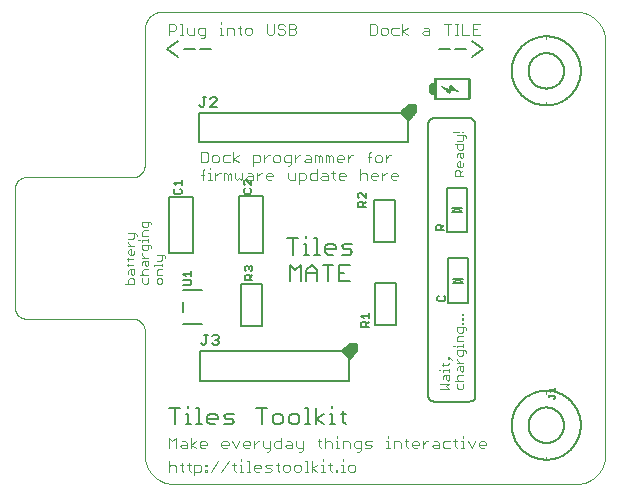
<source format=gto>
G75*
%MOIN*%
%OFA0B0*%
%FSLAX25Y25*%
%IPPOS*%
%LPD*%
%AMOC8*
5,1,8,0,0,1.08239X$1,22.5*
%
%ADD10C,0.00000*%
%ADD11C,0.00400*%
%ADD12C,0.00300*%
%ADD13C,0.00600*%
%ADD14R,0.00039X0.06220*%
%ADD15R,0.00039X0.06299*%
%ADD16R,0.00039X0.00039*%
%ADD17R,0.00039X0.06614*%
%ADD18R,0.00039X0.06772*%
%ADD19R,0.00039X0.06850*%
%ADD20R,0.00039X0.06929*%
%ADD21R,0.00039X0.06969*%
%ADD22R,0.00039X0.07087*%
%ADD23R,0.00039X0.07165*%
%ADD24R,0.00039X0.07244*%
%ADD25R,0.00039X0.07283*%
%ADD26R,0.00039X0.07323*%
%ADD27R,0.00039X0.07362*%
%ADD28R,0.00039X0.07402*%
%ADD29R,0.00039X0.07441*%
%ADD30R,0.00039X0.00748*%
%ADD31R,0.00039X0.00079*%
%ADD32R,0.00039X0.00118*%
%ADD33R,0.00039X0.00157*%
%ADD34R,0.00039X0.00197*%
%ADD35R,0.00039X0.00236*%
%ADD36R,0.00039X0.00276*%
%ADD37R,0.00039X0.00315*%
%ADD38R,0.00039X0.00394*%
%ADD39R,0.00039X0.00354*%
%ADD40R,0.00039X0.00433*%
%ADD41R,0.00039X0.00472*%
%ADD42R,0.00039X0.00512*%
%ADD43R,0.00039X0.00551*%
%ADD44R,0.00039X0.00591*%
%ADD45R,0.00039X0.00669*%
%ADD46R,0.00039X0.00709*%
%ADD47R,0.00039X0.00787*%
%ADD48R,0.00039X0.00827*%
%ADD49R,0.00039X0.00906*%
%ADD50R,0.00039X0.00866*%
%ADD51R,0.00039X0.00945*%
%ADD52R,0.00039X0.00984*%
%ADD53R,0.00039X0.01024*%
%ADD54R,0.00039X0.01063*%
%ADD55R,0.00039X0.01102*%
%ADD56R,0.00039X0.01142*%
%ADD57R,0.00039X0.01181*%
%ADD58R,0.00039X0.01220*%
%ADD59R,0.00039X0.01260*%
%ADD60R,0.00039X0.01299*%
%ADD61R,0.00039X0.01339*%
%ADD62R,0.00039X0.01378*%
%ADD63R,0.00039X0.01457*%
%ADD64R,0.00039X0.01693*%
%ADD65R,0.00039X0.01890*%
%ADD66R,0.00039X0.01969*%
%ADD67R,0.00039X0.02205*%
%ADD68R,0.00039X0.02283*%
%ADD69R,0.00039X0.02480*%
%ADD70R,0.00039X0.02598*%
%ADD71R,0.00039X0.02756*%
%ADD72R,0.00039X0.02913*%
%ADD73R,0.00039X0.02795*%
%ADD74R,0.00039X0.02835*%
%ADD75R,0.00039X0.02717*%
%ADD76R,0.00039X0.02520*%
%ADD77R,0.00039X0.02008*%
%ADD78R,0.00039X0.01929*%
%ADD79R,0.00039X0.01772*%
%ADD80R,0.00039X0.01535*%
%ADD81R,0.00039X0.00630*%
%ADD82R,0.00039X0.07008*%
%ADD83R,0.00039X0.06811*%
%ADD84R,0.00039X0.06575*%
%ADD85R,0.00039X0.06417*%
%ADD86R,0.00039X0.03819*%
%ADD87R,0.00039X0.03740*%
%ADD88R,0.00039X0.03701*%
%ADD89R,0.00039X0.03622*%
%ADD90R,0.00039X0.03583*%
%ADD91R,0.00039X0.03543*%
%ADD92R,0.00039X0.03465*%
%ADD93R,0.00039X0.03425*%
%ADD94R,0.00039X0.03346*%
%ADD95R,0.00039X0.03228*%
%ADD96R,0.00039X0.03189*%
%ADD97R,0.00039X0.03071*%
%ADD98R,0.00039X0.02992*%
%ADD99R,0.00039X0.02874*%
%ADD100R,0.00039X0.02638*%
%ADD101R,0.00039X0.02441*%
%ADD102C,0.00500*%
%ADD103C,0.00800*%
%ADD104C,0.00200*%
D10*
X0056328Y0011043D02*
X0056328Y0052381D01*
X0056326Y0052505D01*
X0056320Y0052628D01*
X0056311Y0052752D01*
X0056297Y0052874D01*
X0056280Y0052997D01*
X0056258Y0053119D01*
X0056233Y0053240D01*
X0056204Y0053360D01*
X0056172Y0053479D01*
X0056135Y0053598D01*
X0056095Y0053715D01*
X0056052Y0053830D01*
X0056004Y0053945D01*
X0055953Y0054057D01*
X0055899Y0054168D01*
X0055841Y0054278D01*
X0055780Y0054385D01*
X0055715Y0054491D01*
X0055647Y0054594D01*
X0055576Y0054695D01*
X0055502Y0054794D01*
X0055425Y0054891D01*
X0055344Y0054985D01*
X0055261Y0055076D01*
X0055175Y0055165D01*
X0055086Y0055251D01*
X0054995Y0055334D01*
X0054901Y0055415D01*
X0054804Y0055492D01*
X0054705Y0055566D01*
X0054604Y0055637D01*
X0054501Y0055705D01*
X0054395Y0055770D01*
X0054288Y0055831D01*
X0054178Y0055889D01*
X0054067Y0055943D01*
X0053955Y0055994D01*
X0053840Y0056042D01*
X0053725Y0056085D01*
X0053608Y0056125D01*
X0053489Y0056162D01*
X0053370Y0056194D01*
X0053250Y0056223D01*
X0053129Y0056248D01*
X0053007Y0056270D01*
X0052884Y0056287D01*
X0052762Y0056301D01*
X0052638Y0056310D01*
X0052515Y0056316D01*
X0052391Y0056318D01*
X0016958Y0056318D01*
X0016834Y0056320D01*
X0016711Y0056326D01*
X0016587Y0056335D01*
X0016465Y0056349D01*
X0016342Y0056366D01*
X0016220Y0056388D01*
X0016099Y0056413D01*
X0015979Y0056442D01*
X0015860Y0056474D01*
X0015741Y0056511D01*
X0015624Y0056551D01*
X0015509Y0056594D01*
X0015394Y0056642D01*
X0015282Y0056693D01*
X0015171Y0056747D01*
X0015061Y0056805D01*
X0014954Y0056866D01*
X0014848Y0056931D01*
X0014745Y0056999D01*
X0014644Y0057070D01*
X0014545Y0057144D01*
X0014448Y0057221D01*
X0014354Y0057302D01*
X0014263Y0057385D01*
X0014174Y0057471D01*
X0014088Y0057560D01*
X0014005Y0057651D01*
X0013924Y0057745D01*
X0013847Y0057842D01*
X0013773Y0057941D01*
X0013702Y0058042D01*
X0013634Y0058145D01*
X0013569Y0058251D01*
X0013508Y0058358D01*
X0013450Y0058468D01*
X0013396Y0058579D01*
X0013345Y0058691D01*
X0013297Y0058806D01*
X0013254Y0058921D01*
X0013214Y0059038D01*
X0013177Y0059157D01*
X0013145Y0059276D01*
X0013116Y0059396D01*
X0013091Y0059517D01*
X0013069Y0059639D01*
X0013052Y0059762D01*
X0013038Y0059884D01*
X0013029Y0060008D01*
X0013023Y0060131D01*
X0013021Y0060255D01*
X0013021Y0099625D01*
X0013023Y0099749D01*
X0013029Y0099872D01*
X0013038Y0099996D01*
X0013052Y0100118D01*
X0013069Y0100241D01*
X0013091Y0100363D01*
X0013116Y0100484D01*
X0013145Y0100604D01*
X0013177Y0100723D01*
X0013214Y0100842D01*
X0013254Y0100959D01*
X0013297Y0101074D01*
X0013345Y0101189D01*
X0013396Y0101301D01*
X0013450Y0101412D01*
X0013508Y0101522D01*
X0013569Y0101629D01*
X0013634Y0101735D01*
X0013702Y0101838D01*
X0013773Y0101939D01*
X0013847Y0102038D01*
X0013924Y0102135D01*
X0014005Y0102229D01*
X0014088Y0102320D01*
X0014174Y0102409D01*
X0014263Y0102495D01*
X0014354Y0102578D01*
X0014448Y0102659D01*
X0014545Y0102736D01*
X0014644Y0102810D01*
X0014745Y0102881D01*
X0014848Y0102949D01*
X0014954Y0103014D01*
X0015061Y0103075D01*
X0015171Y0103133D01*
X0015282Y0103187D01*
X0015394Y0103238D01*
X0015509Y0103286D01*
X0015624Y0103329D01*
X0015741Y0103369D01*
X0015860Y0103406D01*
X0015979Y0103438D01*
X0016099Y0103467D01*
X0016220Y0103492D01*
X0016342Y0103514D01*
X0016465Y0103531D01*
X0016587Y0103545D01*
X0016711Y0103554D01*
X0016834Y0103560D01*
X0016958Y0103562D01*
X0052391Y0103562D01*
X0052515Y0103564D01*
X0052638Y0103570D01*
X0052762Y0103579D01*
X0052884Y0103593D01*
X0053007Y0103610D01*
X0053129Y0103632D01*
X0053250Y0103657D01*
X0053370Y0103686D01*
X0053489Y0103718D01*
X0053608Y0103755D01*
X0053725Y0103795D01*
X0053840Y0103838D01*
X0053955Y0103886D01*
X0054067Y0103937D01*
X0054178Y0103991D01*
X0054288Y0104049D01*
X0054395Y0104110D01*
X0054501Y0104175D01*
X0054604Y0104243D01*
X0054705Y0104314D01*
X0054804Y0104388D01*
X0054901Y0104465D01*
X0054995Y0104546D01*
X0055086Y0104629D01*
X0055175Y0104715D01*
X0055261Y0104804D01*
X0055344Y0104895D01*
X0055425Y0104989D01*
X0055502Y0105086D01*
X0055576Y0105185D01*
X0055647Y0105286D01*
X0055715Y0105389D01*
X0055780Y0105495D01*
X0055841Y0105602D01*
X0055899Y0105712D01*
X0055953Y0105823D01*
X0056004Y0105935D01*
X0056052Y0106050D01*
X0056095Y0106165D01*
X0056135Y0106282D01*
X0056172Y0106401D01*
X0056204Y0106520D01*
X0056233Y0106640D01*
X0056258Y0106761D01*
X0056280Y0106883D01*
X0056297Y0107006D01*
X0056311Y0107128D01*
X0056320Y0107252D01*
X0056326Y0107375D01*
X0056328Y0107499D01*
X0056328Y0152775D01*
X0056330Y0152927D01*
X0056336Y0153079D01*
X0056346Y0153231D01*
X0056359Y0153382D01*
X0056377Y0153533D01*
X0056398Y0153684D01*
X0056424Y0153834D01*
X0056453Y0153983D01*
X0056486Y0154132D01*
X0056523Y0154279D01*
X0056563Y0154426D01*
X0056608Y0154571D01*
X0056656Y0154715D01*
X0056708Y0154858D01*
X0056763Y0155000D01*
X0056822Y0155140D01*
X0056885Y0155279D01*
X0056951Y0155416D01*
X0057021Y0155551D01*
X0057094Y0155684D01*
X0057171Y0155815D01*
X0057251Y0155945D01*
X0057334Y0156072D01*
X0057420Y0156197D01*
X0057510Y0156320D01*
X0057603Y0156440D01*
X0057699Y0156558D01*
X0057798Y0156674D01*
X0057900Y0156787D01*
X0058004Y0156897D01*
X0058112Y0157005D01*
X0058222Y0157109D01*
X0058335Y0157211D01*
X0058451Y0157310D01*
X0058569Y0157406D01*
X0058689Y0157499D01*
X0058812Y0157589D01*
X0058937Y0157675D01*
X0059064Y0157758D01*
X0059194Y0157838D01*
X0059325Y0157915D01*
X0059458Y0157988D01*
X0059593Y0158058D01*
X0059730Y0158124D01*
X0059869Y0158187D01*
X0060009Y0158246D01*
X0060151Y0158301D01*
X0060294Y0158353D01*
X0060438Y0158401D01*
X0060583Y0158446D01*
X0060730Y0158486D01*
X0060877Y0158523D01*
X0061026Y0158556D01*
X0061175Y0158585D01*
X0061325Y0158611D01*
X0061476Y0158632D01*
X0061627Y0158650D01*
X0061778Y0158663D01*
X0061930Y0158673D01*
X0062082Y0158679D01*
X0062234Y0158681D01*
X0062234Y0158680D02*
X0200029Y0158680D01*
X0200029Y0158681D02*
X0200267Y0158678D01*
X0200505Y0158670D01*
X0200742Y0158655D01*
X0200979Y0158635D01*
X0201215Y0158609D01*
X0201451Y0158578D01*
X0201686Y0158541D01*
X0201920Y0158498D01*
X0202153Y0158449D01*
X0202385Y0158395D01*
X0202615Y0158335D01*
X0202844Y0158270D01*
X0203071Y0158199D01*
X0203296Y0158123D01*
X0203519Y0158041D01*
X0203741Y0157954D01*
X0203960Y0157862D01*
X0204177Y0157764D01*
X0204391Y0157662D01*
X0204603Y0157554D01*
X0204813Y0157440D01*
X0205019Y0157322D01*
X0205223Y0157199D01*
X0205423Y0157071D01*
X0205620Y0156939D01*
X0205815Y0156801D01*
X0206005Y0156659D01*
X0206193Y0156512D01*
X0206376Y0156361D01*
X0206556Y0156206D01*
X0206732Y0156046D01*
X0206904Y0155882D01*
X0207073Y0155713D01*
X0207237Y0155541D01*
X0207397Y0155365D01*
X0207552Y0155185D01*
X0207703Y0155002D01*
X0207850Y0154814D01*
X0207992Y0154624D01*
X0208130Y0154429D01*
X0208262Y0154232D01*
X0208390Y0154032D01*
X0208513Y0153828D01*
X0208631Y0153622D01*
X0208745Y0153412D01*
X0208853Y0153200D01*
X0208955Y0152986D01*
X0209053Y0152769D01*
X0209145Y0152550D01*
X0209232Y0152328D01*
X0209314Y0152105D01*
X0209390Y0151880D01*
X0209461Y0151653D01*
X0209526Y0151424D01*
X0209586Y0151194D01*
X0209640Y0150962D01*
X0209689Y0150729D01*
X0209732Y0150495D01*
X0209769Y0150260D01*
X0209800Y0150024D01*
X0209826Y0149788D01*
X0209846Y0149551D01*
X0209861Y0149314D01*
X0209869Y0149076D01*
X0209872Y0148838D01*
X0209871Y0148838D02*
X0209871Y0011043D01*
X0209872Y0011043D02*
X0209869Y0010805D01*
X0209861Y0010567D01*
X0209846Y0010330D01*
X0209826Y0010093D01*
X0209800Y0009857D01*
X0209769Y0009621D01*
X0209732Y0009386D01*
X0209689Y0009152D01*
X0209640Y0008919D01*
X0209586Y0008687D01*
X0209526Y0008457D01*
X0209461Y0008228D01*
X0209390Y0008001D01*
X0209314Y0007776D01*
X0209232Y0007553D01*
X0209145Y0007331D01*
X0209053Y0007112D01*
X0208955Y0006895D01*
X0208853Y0006681D01*
X0208745Y0006469D01*
X0208631Y0006259D01*
X0208513Y0006053D01*
X0208390Y0005849D01*
X0208262Y0005649D01*
X0208130Y0005452D01*
X0207992Y0005257D01*
X0207850Y0005067D01*
X0207703Y0004879D01*
X0207552Y0004696D01*
X0207397Y0004516D01*
X0207237Y0004340D01*
X0207073Y0004168D01*
X0206904Y0003999D01*
X0206732Y0003835D01*
X0206556Y0003675D01*
X0206376Y0003520D01*
X0206193Y0003369D01*
X0206005Y0003222D01*
X0205815Y0003080D01*
X0205620Y0002942D01*
X0205423Y0002810D01*
X0205223Y0002682D01*
X0205019Y0002559D01*
X0204813Y0002441D01*
X0204603Y0002327D01*
X0204391Y0002219D01*
X0204177Y0002117D01*
X0203960Y0002019D01*
X0203741Y0001927D01*
X0203519Y0001840D01*
X0203296Y0001758D01*
X0203071Y0001682D01*
X0202844Y0001611D01*
X0202615Y0001546D01*
X0202385Y0001486D01*
X0202153Y0001432D01*
X0201920Y0001383D01*
X0201686Y0001340D01*
X0201451Y0001303D01*
X0201215Y0001272D01*
X0200979Y0001246D01*
X0200742Y0001226D01*
X0200505Y0001211D01*
X0200267Y0001203D01*
X0200029Y0001200D01*
X0066171Y0001200D01*
X0065933Y0001203D01*
X0065695Y0001211D01*
X0065458Y0001226D01*
X0065221Y0001246D01*
X0064985Y0001272D01*
X0064749Y0001303D01*
X0064514Y0001340D01*
X0064280Y0001383D01*
X0064047Y0001432D01*
X0063815Y0001486D01*
X0063585Y0001546D01*
X0063356Y0001611D01*
X0063129Y0001682D01*
X0062904Y0001758D01*
X0062681Y0001840D01*
X0062459Y0001927D01*
X0062240Y0002019D01*
X0062023Y0002117D01*
X0061809Y0002219D01*
X0061597Y0002327D01*
X0061387Y0002441D01*
X0061181Y0002559D01*
X0060977Y0002682D01*
X0060777Y0002810D01*
X0060580Y0002942D01*
X0060385Y0003080D01*
X0060195Y0003222D01*
X0060007Y0003369D01*
X0059824Y0003520D01*
X0059644Y0003675D01*
X0059468Y0003835D01*
X0059296Y0003999D01*
X0059127Y0004168D01*
X0058963Y0004340D01*
X0058803Y0004516D01*
X0058648Y0004696D01*
X0058497Y0004879D01*
X0058350Y0005067D01*
X0058208Y0005257D01*
X0058070Y0005452D01*
X0057938Y0005649D01*
X0057810Y0005849D01*
X0057687Y0006053D01*
X0057569Y0006259D01*
X0057455Y0006469D01*
X0057347Y0006681D01*
X0057245Y0006895D01*
X0057147Y0007112D01*
X0057055Y0007331D01*
X0056968Y0007553D01*
X0056886Y0007776D01*
X0056810Y0008001D01*
X0056739Y0008228D01*
X0056674Y0008457D01*
X0056614Y0008687D01*
X0056560Y0008919D01*
X0056511Y0009152D01*
X0056468Y0009386D01*
X0056431Y0009621D01*
X0056400Y0009857D01*
X0056374Y0010093D01*
X0056354Y0010330D01*
X0056339Y0010567D01*
X0056331Y0010805D01*
X0056328Y0011043D01*
D11*
X0064402Y0008877D02*
X0064402Y0005337D01*
X0064402Y0007107D02*
X0064992Y0007697D01*
X0066172Y0007697D01*
X0066762Y0007107D01*
X0066762Y0005337D01*
X0068617Y0005927D02*
X0069207Y0005337D01*
X0068617Y0005927D02*
X0068617Y0008287D01*
X0068027Y0007697D02*
X0069207Y0007697D01*
X0070444Y0007697D02*
X0071624Y0007697D01*
X0071034Y0008287D02*
X0071034Y0005927D01*
X0071624Y0005337D01*
X0072861Y0005337D02*
X0074631Y0005337D01*
X0075221Y0005927D01*
X0075221Y0007107D01*
X0074631Y0007697D01*
X0072861Y0007697D01*
X0072861Y0004157D01*
X0076486Y0005337D02*
X0076486Y0005927D01*
X0077076Y0005927D01*
X0077076Y0005337D01*
X0076486Y0005337D01*
X0076486Y0007107D02*
X0076486Y0007697D01*
X0077076Y0007697D01*
X0077076Y0007107D01*
X0076486Y0007107D01*
X0078298Y0005337D02*
X0080658Y0008877D01*
X0084284Y0008877D02*
X0081924Y0005337D01*
X0086139Y0005927D02*
X0086139Y0008287D01*
X0085549Y0007697D02*
X0086729Y0007697D01*
X0087965Y0007697D02*
X0088555Y0007697D01*
X0088555Y0005337D01*
X0087965Y0005337D02*
X0089145Y0005337D01*
X0090382Y0005337D02*
X0091562Y0005337D01*
X0090972Y0005337D02*
X0090972Y0008877D01*
X0090382Y0008877D01*
X0088555Y0008877D02*
X0088555Y0009467D01*
X0086139Y0005927D02*
X0086729Y0005337D01*
X0092799Y0005927D02*
X0092799Y0007107D01*
X0093389Y0007697D01*
X0094569Y0007697D01*
X0095159Y0007107D01*
X0095159Y0006517D01*
X0092799Y0006517D01*
X0092799Y0005927D02*
X0093389Y0005337D01*
X0094569Y0005337D01*
X0096424Y0005337D02*
X0098194Y0005337D01*
X0098784Y0005927D01*
X0098194Y0006517D01*
X0097014Y0006517D01*
X0096424Y0007107D01*
X0097014Y0007697D01*
X0098784Y0007697D01*
X0100049Y0007697D02*
X0101229Y0007697D01*
X0100639Y0008287D02*
X0100639Y0005927D01*
X0101229Y0005337D01*
X0102466Y0005927D02*
X0102466Y0007107D01*
X0103056Y0007697D01*
X0104236Y0007697D01*
X0104826Y0007107D01*
X0104826Y0005927D01*
X0104236Y0005337D01*
X0103056Y0005337D01*
X0102466Y0005927D01*
X0106091Y0005927D02*
X0106681Y0005337D01*
X0107861Y0005337D01*
X0108451Y0005927D01*
X0108451Y0007107D01*
X0107861Y0007697D01*
X0106681Y0007697D01*
X0106091Y0007107D01*
X0106091Y0005927D01*
X0109716Y0005337D02*
X0110896Y0005337D01*
X0110306Y0005337D02*
X0110306Y0008877D01*
X0109716Y0008877D01*
X0112133Y0008877D02*
X0112133Y0005337D01*
X0112133Y0006517D02*
X0113903Y0005337D01*
X0115154Y0005337D02*
X0116334Y0005337D01*
X0115744Y0005337D02*
X0115744Y0007697D01*
X0115154Y0007697D01*
X0113903Y0007697D02*
X0112133Y0006517D01*
X0115744Y0008877D02*
X0115744Y0009467D01*
X0117571Y0007697D02*
X0118751Y0007697D01*
X0118161Y0008287D02*
X0118161Y0005927D01*
X0118751Y0005337D01*
X0119987Y0005337D02*
X0120577Y0005337D01*
X0120577Y0005927D01*
X0119987Y0005927D01*
X0119987Y0005337D01*
X0121800Y0005337D02*
X0122980Y0005337D01*
X0122390Y0005337D02*
X0122390Y0007697D01*
X0121800Y0007697D01*
X0122390Y0008877D02*
X0122390Y0009467D01*
X0124217Y0007107D02*
X0124217Y0005927D01*
X0124807Y0005337D01*
X0125987Y0005337D01*
X0126577Y0005927D01*
X0126577Y0007107D01*
X0125987Y0007697D01*
X0124807Y0007697D01*
X0124217Y0007107D01*
X0127209Y0012031D02*
X0127799Y0012031D01*
X0128389Y0012621D01*
X0128389Y0015571D01*
X0126619Y0015571D01*
X0126029Y0014981D01*
X0126029Y0013801D01*
X0126619Y0013211D01*
X0128389Y0013211D01*
X0129655Y0013211D02*
X0131425Y0013211D01*
X0132015Y0013801D01*
X0131425Y0014391D01*
X0130245Y0014391D01*
X0129655Y0014981D01*
X0130245Y0015571D01*
X0132015Y0015571D01*
X0136905Y0015571D02*
X0137495Y0015571D01*
X0137495Y0013211D01*
X0136905Y0013211D02*
X0138085Y0013211D01*
X0139322Y0013211D02*
X0139322Y0015571D01*
X0141092Y0015571D01*
X0141682Y0014981D01*
X0141682Y0013211D01*
X0143537Y0013801D02*
X0144127Y0013211D01*
X0143537Y0013801D02*
X0143537Y0016161D01*
X0142947Y0015571D02*
X0144127Y0015571D01*
X0145363Y0014981D02*
X0145953Y0015571D01*
X0147133Y0015571D01*
X0147723Y0014981D01*
X0147723Y0014391D01*
X0145363Y0014391D01*
X0145363Y0013801D02*
X0145363Y0014981D01*
X0145363Y0013801D02*
X0145953Y0013211D01*
X0147133Y0013211D01*
X0148989Y0013211D02*
X0148989Y0015571D01*
X0148989Y0014391D02*
X0150169Y0015571D01*
X0150759Y0015571D01*
X0152600Y0015571D02*
X0153780Y0015571D01*
X0154370Y0014981D01*
X0154370Y0013211D01*
X0152600Y0013211D01*
X0152010Y0013801D01*
X0152600Y0014391D01*
X0154370Y0014391D01*
X0155635Y0014981D02*
X0155635Y0013801D01*
X0156225Y0013211D01*
X0157995Y0013211D01*
X0159850Y0013801D02*
X0160440Y0013211D01*
X0159850Y0013801D02*
X0159850Y0016161D01*
X0159260Y0015571D02*
X0160440Y0015571D01*
X0161677Y0015571D02*
X0162267Y0015571D01*
X0162267Y0013211D01*
X0161677Y0013211D02*
X0162857Y0013211D01*
X0165273Y0013211D02*
X0164093Y0015571D01*
X0162267Y0016751D02*
X0162267Y0017341D01*
X0166453Y0015571D02*
X0165273Y0013211D01*
X0167718Y0013801D02*
X0167718Y0014981D01*
X0168308Y0015571D01*
X0169488Y0015571D01*
X0170078Y0014981D01*
X0170078Y0014391D01*
X0167718Y0014391D01*
X0167718Y0013801D02*
X0168308Y0013211D01*
X0169488Y0013211D01*
X0157995Y0015571D02*
X0156225Y0015571D01*
X0155635Y0014981D01*
X0137495Y0016751D02*
X0137495Y0017341D01*
X0124764Y0014981D02*
X0124764Y0013211D01*
X0124764Y0014981D02*
X0124174Y0015571D01*
X0122404Y0015571D01*
X0122404Y0013211D01*
X0121168Y0013211D02*
X0119988Y0013211D01*
X0120578Y0013211D02*
X0120578Y0015571D01*
X0119988Y0015571D01*
X0120578Y0016751D02*
X0120578Y0017341D01*
X0118722Y0014981D02*
X0118722Y0013211D01*
X0118722Y0014981D02*
X0118132Y0015571D01*
X0116952Y0015571D01*
X0116362Y0014981D01*
X0115126Y0015571D02*
X0113946Y0015571D01*
X0114536Y0016161D02*
X0114536Y0013801D01*
X0115126Y0013211D01*
X0116362Y0013211D02*
X0116362Y0016751D01*
X0109055Y0015571D02*
X0109055Y0012621D01*
X0108465Y0012031D01*
X0107875Y0012031D01*
X0107285Y0013211D02*
X0109055Y0013211D01*
X0107285Y0013211D02*
X0106695Y0013801D01*
X0106695Y0015571D01*
X0105430Y0014981D02*
X0105430Y0013211D01*
X0103660Y0013211D01*
X0103070Y0013801D01*
X0103660Y0014391D01*
X0105430Y0014391D01*
X0105430Y0014981D02*
X0104840Y0015571D01*
X0103660Y0015571D01*
X0101805Y0015571D02*
X0100035Y0015571D01*
X0099445Y0014981D01*
X0099445Y0013801D01*
X0100035Y0013211D01*
X0101805Y0013211D01*
X0101805Y0016751D01*
X0098180Y0015571D02*
X0098180Y0012621D01*
X0097590Y0012031D01*
X0097000Y0012031D01*
X0096410Y0013211D02*
X0098180Y0013211D01*
X0096410Y0013211D02*
X0095820Y0013801D01*
X0095820Y0015571D01*
X0094569Y0015571D02*
X0093979Y0015571D01*
X0092799Y0014391D01*
X0092799Y0013211D02*
X0092799Y0015571D01*
X0091534Y0014981D02*
X0091534Y0014391D01*
X0089174Y0014391D01*
X0089174Y0013801D02*
X0089174Y0014981D01*
X0089764Y0015571D01*
X0090944Y0015571D01*
X0091534Y0014981D01*
X0090944Y0013211D02*
X0089764Y0013211D01*
X0089174Y0013801D01*
X0087909Y0015571D02*
X0086729Y0013211D01*
X0085549Y0015571D01*
X0084284Y0014981D02*
X0084284Y0014391D01*
X0081924Y0014391D01*
X0081924Y0013801D02*
X0081924Y0014981D01*
X0082514Y0015571D01*
X0083694Y0015571D01*
X0084284Y0014981D01*
X0083694Y0013211D02*
X0082514Y0013211D01*
X0081924Y0013801D01*
X0077033Y0014391D02*
X0074673Y0014391D01*
X0074673Y0013801D02*
X0074673Y0014981D01*
X0075263Y0015571D01*
X0076443Y0015571D01*
X0077033Y0014981D01*
X0077033Y0014391D01*
X0076443Y0013211D02*
X0075263Y0013211D01*
X0074673Y0013801D01*
X0073422Y0013211D02*
X0071652Y0014391D01*
X0073422Y0015571D01*
X0071652Y0016751D02*
X0071652Y0013211D01*
X0070387Y0013211D02*
X0068617Y0013211D01*
X0068027Y0013801D01*
X0068617Y0014391D01*
X0070387Y0014391D01*
X0070387Y0014981D02*
X0070387Y0013211D01*
X0070387Y0014981D02*
X0069797Y0015571D01*
X0068617Y0015571D01*
X0066762Y0016751D02*
X0066762Y0013211D01*
X0064402Y0013211D02*
X0064402Y0016751D01*
X0065582Y0015571D01*
X0066762Y0016751D01*
X0107658Y0101401D02*
X0107658Y0104941D01*
X0109428Y0104941D01*
X0110018Y0104351D01*
X0110018Y0103171D01*
X0109428Y0102581D01*
X0107658Y0102581D01*
X0106393Y0102581D02*
X0106393Y0104941D01*
X0106393Y0102581D02*
X0104623Y0102581D01*
X0104033Y0103171D01*
X0104033Y0104941D01*
X0104005Y0107307D02*
X0104595Y0107307D01*
X0105185Y0107897D01*
X0105185Y0110847D01*
X0103415Y0110847D01*
X0102825Y0110257D01*
X0102825Y0109077D01*
X0103415Y0108487D01*
X0105185Y0108487D01*
X0106450Y0108487D02*
X0106450Y0110847D01*
X0107630Y0110847D02*
X0108220Y0110847D01*
X0107630Y0110847D02*
X0106450Y0109667D01*
X0109471Y0109077D02*
X0110061Y0109667D01*
X0111831Y0109667D01*
X0111831Y0110257D02*
X0111831Y0108487D01*
X0110061Y0108487D01*
X0109471Y0109077D01*
X0110061Y0110847D02*
X0111241Y0110847D01*
X0111831Y0110257D01*
X0113096Y0110847D02*
X0113096Y0108487D01*
X0114276Y0108487D02*
X0114276Y0110257D01*
X0114866Y0110847D01*
X0115456Y0110257D01*
X0115456Y0108487D01*
X0116721Y0108487D02*
X0116721Y0110847D01*
X0117311Y0110847D01*
X0117901Y0110257D01*
X0118491Y0110847D01*
X0119081Y0110257D01*
X0119081Y0108487D01*
X0117901Y0108487D02*
X0117901Y0110257D01*
X0114276Y0110257D02*
X0113686Y0110847D01*
X0113096Y0110847D01*
X0113643Y0106121D02*
X0113643Y0102581D01*
X0111873Y0102581D01*
X0111283Y0103171D01*
X0111283Y0104351D01*
X0111873Y0104941D01*
X0113643Y0104941D01*
X0115499Y0104941D02*
X0116679Y0104941D01*
X0117269Y0104351D01*
X0117269Y0102581D01*
X0115499Y0102581D01*
X0114909Y0103171D01*
X0115499Y0103761D01*
X0117269Y0103761D01*
X0118534Y0104941D02*
X0119714Y0104941D01*
X0119124Y0105531D02*
X0119124Y0103171D01*
X0119714Y0102581D01*
X0120950Y0103171D02*
X0120950Y0104351D01*
X0121540Y0104941D01*
X0122720Y0104941D01*
X0123310Y0104351D01*
X0123310Y0103761D01*
X0120950Y0103761D01*
X0120950Y0103171D02*
X0121540Y0102581D01*
X0122720Y0102581D01*
X0128201Y0102581D02*
X0128201Y0106121D01*
X0128791Y0104941D02*
X0128201Y0104351D01*
X0128791Y0104941D02*
X0129971Y0104941D01*
X0130561Y0104351D01*
X0130561Y0102581D01*
X0131826Y0103171D02*
X0131826Y0104351D01*
X0132416Y0104941D01*
X0133596Y0104941D01*
X0134186Y0104351D01*
X0134186Y0103761D01*
X0131826Y0103761D01*
X0131826Y0103171D02*
X0132416Y0102581D01*
X0133596Y0102581D01*
X0135451Y0102581D02*
X0135451Y0104941D01*
X0135451Y0103761D02*
X0136631Y0104941D01*
X0137221Y0104941D01*
X0138472Y0104351D02*
X0139062Y0104941D01*
X0140242Y0104941D01*
X0140832Y0104351D01*
X0140832Y0103761D01*
X0138472Y0103761D01*
X0138472Y0103171D02*
X0138472Y0104351D01*
X0138472Y0103171D02*
X0139062Y0102581D01*
X0140242Y0102581D01*
X0136659Y0108487D02*
X0136659Y0110847D01*
X0136659Y0109667D02*
X0137839Y0110847D01*
X0138429Y0110847D01*
X0135394Y0110257D02*
X0134804Y0110847D01*
X0133624Y0110847D01*
X0133034Y0110257D01*
X0133034Y0109077D01*
X0133624Y0108487D01*
X0134804Y0108487D01*
X0135394Y0109077D01*
X0135394Y0110257D01*
X0131797Y0110257D02*
X0130617Y0110257D01*
X0131207Y0111437D02*
X0131207Y0108487D01*
X0131207Y0111437D02*
X0131797Y0112027D01*
X0125741Y0110847D02*
X0125151Y0110847D01*
X0123971Y0109667D01*
X0123971Y0108487D02*
X0123971Y0110847D01*
X0122706Y0110257D02*
X0122706Y0109667D01*
X0120346Y0109667D01*
X0120346Y0110257D02*
X0120936Y0110847D01*
X0122116Y0110847D01*
X0122706Y0110257D01*
X0122116Y0108487D02*
X0120936Y0108487D01*
X0120346Y0109077D01*
X0120346Y0110257D01*
X0101560Y0110257D02*
X0100970Y0110847D01*
X0099790Y0110847D01*
X0099200Y0110257D01*
X0099200Y0109077D01*
X0099790Y0108487D01*
X0100970Y0108487D01*
X0101560Y0109077D01*
X0101560Y0110257D01*
X0097949Y0110847D02*
X0097359Y0110847D01*
X0096179Y0109667D01*
X0096179Y0108487D02*
X0096179Y0110847D01*
X0094914Y0110257D02*
X0094914Y0109077D01*
X0094324Y0108487D01*
X0092554Y0108487D01*
X0092554Y0107307D02*
X0092554Y0110847D01*
X0094324Y0110847D01*
X0094914Y0110257D01*
X0094942Y0104941D02*
X0095532Y0104941D01*
X0094942Y0104941D02*
X0093762Y0103761D01*
X0093762Y0102581D02*
X0093762Y0104941D01*
X0092497Y0104351D02*
X0092497Y0102581D01*
X0090727Y0102581D01*
X0090137Y0103171D01*
X0090727Y0103761D01*
X0092497Y0103761D01*
X0092497Y0104351D02*
X0091907Y0104941D01*
X0090727Y0104941D01*
X0088872Y0104941D02*
X0088872Y0103171D01*
X0088282Y0102581D01*
X0087692Y0103171D01*
X0087102Y0102581D01*
X0086512Y0103171D01*
X0086512Y0104941D01*
X0085246Y0104351D02*
X0085246Y0102581D01*
X0084066Y0102581D02*
X0084066Y0104351D01*
X0084656Y0104941D01*
X0085246Y0104351D01*
X0084066Y0104351D02*
X0083476Y0104941D01*
X0082886Y0104941D01*
X0082886Y0102581D01*
X0081636Y0104941D02*
X0081046Y0104941D01*
X0079866Y0103761D01*
X0079866Y0102581D02*
X0079866Y0104941D01*
X0078039Y0104941D02*
X0078039Y0102581D01*
X0077449Y0102581D02*
X0078629Y0102581D01*
X0078039Y0104941D02*
X0077449Y0104941D01*
X0078039Y0106121D02*
X0078039Y0106711D01*
X0076212Y0106121D02*
X0075622Y0105531D01*
X0075622Y0102581D01*
X0075032Y0104351D02*
X0076212Y0104351D01*
X0076802Y0108487D02*
X0075032Y0108487D01*
X0075032Y0112027D01*
X0076802Y0112027D01*
X0077392Y0111437D01*
X0077392Y0109077D01*
X0076802Y0108487D01*
X0078657Y0109077D02*
X0079247Y0108487D01*
X0080427Y0108487D01*
X0081017Y0109077D01*
X0081017Y0110257D01*
X0080427Y0110847D01*
X0079247Y0110847D01*
X0078657Y0110257D01*
X0078657Y0109077D01*
X0082282Y0109077D02*
X0082872Y0108487D01*
X0084642Y0108487D01*
X0085907Y0108487D02*
X0085907Y0112027D01*
X0084642Y0110847D02*
X0082872Y0110847D01*
X0082282Y0110257D01*
X0082282Y0109077D01*
X0085907Y0109667D02*
X0087677Y0110847D01*
X0085907Y0109667D02*
X0087677Y0108487D01*
X0096783Y0104351D02*
X0096783Y0103171D01*
X0097373Y0102581D01*
X0098553Y0102581D01*
X0099143Y0103761D02*
X0096783Y0103761D01*
X0096783Y0104351D02*
X0097373Y0104941D01*
X0098553Y0104941D01*
X0099143Y0104351D01*
X0099143Y0103761D01*
X0075839Y0149826D02*
X0076429Y0150416D01*
X0076429Y0153366D01*
X0074659Y0153366D01*
X0074069Y0152776D01*
X0074069Y0151596D01*
X0074659Y0151006D01*
X0076429Y0151006D01*
X0075839Y0149826D02*
X0075249Y0149826D01*
X0072804Y0151006D02*
X0072804Y0153366D01*
X0072804Y0151006D02*
X0071034Y0151006D01*
X0070444Y0151596D01*
X0070444Y0153366D01*
X0068617Y0154546D02*
X0068617Y0151006D01*
X0068027Y0151006D02*
X0069207Y0151006D01*
X0066762Y0152776D02*
X0066172Y0152186D01*
X0064402Y0152186D01*
X0064402Y0151006D02*
X0064402Y0154546D01*
X0066172Y0154546D01*
X0066762Y0153956D01*
X0066762Y0152776D01*
X0068027Y0154546D02*
X0068617Y0154546D01*
X0081319Y0153366D02*
X0081909Y0153366D01*
X0081909Y0151006D01*
X0081319Y0151006D02*
X0082499Y0151006D01*
X0083736Y0151006D02*
X0083736Y0153366D01*
X0085506Y0153366D01*
X0086096Y0152776D01*
X0086096Y0151006D01*
X0087951Y0151596D02*
X0088541Y0151006D01*
X0087951Y0151596D02*
X0087951Y0153956D01*
X0087361Y0153366D02*
X0088541Y0153366D01*
X0089778Y0152776D02*
X0089778Y0151596D01*
X0090368Y0151006D01*
X0091548Y0151006D01*
X0092138Y0151596D01*
X0092138Y0152776D01*
X0091548Y0153366D01*
X0090368Y0153366D01*
X0089778Y0152776D01*
X0097028Y0151596D02*
X0097618Y0151006D01*
X0098798Y0151006D01*
X0099388Y0151596D01*
X0099388Y0154546D01*
X0100653Y0153956D02*
X0100653Y0153366D01*
X0101243Y0152776D01*
X0102423Y0152776D01*
X0103013Y0152186D01*
X0103013Y0151596D01*
X0102423Y0151006D01*
X0101243Y0151006D01*
X0100653Y0151596D01*
X0100653Y0153956D02*
X0101243Y0154546D01*
X0102423Y0154546D01*
X0103013Y0153956D01*
X0104279Y0154546D02*
X0106049Y0154546D01*
X0106639Y0153956D01*
X0106639Y0153366D01*
X0106049Y0152776D01*
X0104279Y0152776D01*
X0106049Y0152776D02*
X0106639Y0152186D01*
X0106639Y0151596D01*
X0106049Y0151006D01*
X0104279Y0151006D01*
X0104279Y0154546D01*
X0097028Y0154546D02*
X0097028Y0151596D01*
X0081909Y0154546D02*
X0081909Y0155136D01*
X0131331Y0154546D02*
X0131331Y0151006D01*
X0133101Y0151006D01*
X0133691Y0151596D01*
X0133691Y0153956D01*
X0133101Y0154546D01*
X0131331Y0154546D01*
X0134956Y0152776D02*
X0134956Y0151596D01*
X0135546Y0151006D01*
X0136726Y0151006D01*
X0137316Y0151596D01*
X0137316Y0152776D01*
X0136726Y0153366D01*
X0135546Y0153366D01*
X0134956Y0152776D01*
X0138581Y0152776D02*
X0138581Y0151596D01*
X0139171Y0151006D01*
X0140942Y0151006D01*
X0142207Y0151006D02*
X0142207Y0154546D01*
X0140942Y0153366D02*
X0139171Y0153366D01*
X0138581Y0152776D01*
X0142207Y0152186D02*
X0143977Y0153366D01*
X0142207Y0152186D02*
X0143977Y0151006D01*
X0148853Y0151596D02*
X0149443Y0152186D01*
X0151213Y0152186D01*
X0151213Y0152776D02*
X0151213Y0151006D01*
X0149443Y0151006D01*
X0148853Y0151596D01*
X0149443Y0153366D02*
X0150623Y0153366D01*
X0151213Y0152776D01*
X0156103Y0154546D02*
X0158463Y0154546D01*
X0157283Y0154546D02*
X0157283Y0151006D01*
X0159728Y0151006D02*
X0160908Y0151006D01*
X0160318Y0151006D02*
X0160318Y0154546D01*
X0159728Y0154546D02*
X0160908Y0154546D01*
X0162145Y0154546D02*
X0162145Y0151006D01*
X0164505Y0151006D01*
X0165770Y0151006D02*
X0168130Y0151006D01*
X0166950Y0152776D02*
X0165770Y0152776D01*
X0165770Y0154546D02*
X0165770Y0151006D01*
X0165770Y0154546D02*
X0168130Y0154546D01*
D12*
X0162477Y0118494D02*
X0162002Y0118494D01*
X0161051Y0118494D02*
X0159150Y0118494D01*
X0160576Y0117495D02*
X0162953Y0117495D01*
X0163428Y0117019D01*
X0163428Y0116544D01*
X0162477Y0116069D02*
X0162477Y0117495D01*
X0162477Y0116069D02*
X0162002Y0115593D01*
X0160576Y0115593D01*
X0160576Y0114595D02*
X0160576Y0113169D01*
X0161051Y0112693D01*
X0162002Y0112693D01*
X0162477Y0113169D01*
X0162477Y0114595D01*
X0159625Y0114595D01*
X0161051Y0111695D02*
X0162477Y0111695D01*
X0162477Y0110269D01*
X0162002Y0109793D01*
X0161527Y0110269D01*
X0161527Y0111695D01*
X0161051Y0111695D02*
X0160576Y0111219D01*
X0160576Y0110269D01*
X0161051Y0108794D02*
X0161527Y0108794D01*
X0161527Y0106893D01*
X0162002Y0106893D02*
X0161051Y0106893D01*
X0160576Y0107368D01*
X0160576Y0108319D01*
X0161051Y0108794D01*
X0162477Y0108319D02*
X0162477Y0107368D01*
X0162002Y0106893D01*
X0162477Y0105894D02*
X0161527Y0104944D01*
X0161527Y0105419D02*
X0161527Y0103993D01*
X0162477Y0103993D02*
X0159625Y0103993D01*
X0159625Y0105419D01*
X0160101Y0105894D01*
X0161051Y0105894D01*
X0161527Y0105419D01*
X0162002Y0057972D02*
X0162477Y0057972D01*
X0162477Y0057497D01*
X0162002Y0057497D01*
X0162002Y0057972D01*
X0162002Y0056522D02*
X0162477Y0056522D01*
X0162477Y0056047D01*
X0162002Y0056047D01*
X0162002Y0056522D01*
X0162002Y0055072D02*
X0162477Y0055072D01*
X0162477Y0054597D01*
X0162002Y0054597D01*
X0162002Y0055072D01*
X0162477Y0053598D02*
X0162477Y0052172D01*
X0162002Y0051697D01*
X0161051Y0051697D01*
X0160576Y0052172D01*
X0160576Y0053598D01*
X0162953Y0053598D01*
X0163428Y0053123D01*
X0163428Y0052647D01*
X0162477Y0050698D02*
X0161051Y0050698D01*
X0160576Y0050223D01*
X0160576Y0048797D01*
X0162477Y0048797D01*
X0162477Y0047814D02*
X0162477Y0046863D01*
X0162477Y0047339D02*
X0160576Y0047339D01*
X0160576Y0046863D01*
X0160576Y0045865D02*
X0160576Y0044438D01*
X0161051Y0043963D01*
X0162002Y0043963D01*
X0162477Y0044438D01*
X0162477Y0045865D01*
X0162953Y0045865D02*
X0160576Y0045865D01*
X0159625Y0047339D02*
X0159150Y0047339D01*
X0162953Y0045865D02*
X0163428Y0045389D01*
X0163428Y0044914D01*
X0160576Y0042972D02*
X0160576Y0042497D01*
X0161527Y0041546D01*
X0162477Y0041546D02*
X0160576Y0041546D01*
X0161051Y0040548D02*
X0162477Y0040548D01*
X0162477Y0039122D01*
X0162002Y0038646D01*
X0161527Y0039122D01*
X0161527Y0040548D01*
X0161051Y0040548D02*
X0160576Y0040072D01*
X0160576Y0039122D01*
X0161051Y0037648D02*
X0162477Y0037648D01*
X0161051Y0037648D02*
X0160576Y0037172D01*
X0160576Y0036222D01*
X0161051Y0035746D01*
X0160576Y0034747D02*
X0160576Y0033321D01*
X0161051Y0032846D01*
X0162002Y0032846D01*
X0162477Y0033321D01*
X0162477Y0034747D01*
X0162477Y0035746D02*
X0159625Y0035746D01*
X0157753Y0036222D02*
X0157753Y0037648D01*
X0156327Y0037648D01*
X0155852Y0037172D01*
X0155852Y0036222D01*
X0156802Y0036222D02*
X0156802Y0037648D01*
X0155852Y0038646D02*
X0155852Y0039122D01*
X0157753Y0039122D01*
X0157753Y0039597D02*
X0157753Y0038646D01*
X0157278Y0041055D02*
X0155376Y0041055D01*
X0155852Y0040580D02*
X0155852Y0041530D01*
X0157278Y0041055D02*
X0157753Y0041530D01*
X0158704Y0042513D02*
X0157753Y0043464D01*
X0157753Y0042988D01*
X0157278Y0042988D01*
X0157278Y0043464D01*
X0157753Y0043464D01*
X0154901Y0039122D02*
X0154426Y0039122D01*
X0156802Y0036222D02*
X0157278Y0035746D01*
X0157753Y0036222D01*
X0157753Y0034747D02*
X0154901Y0034747D01*
X0154901Y0032846D02*
X0157753Y0032846D01*
X0156802Y0033797D01*
X0157753Y0034747D01*
X0062189Y0068454D02*
X0061714Y0067979D01*
X0060763Y0067979D01*
X0060288Y0068454D01*
X0060288Y0069405D01*
X0060763Y0069880D01*
X0061714Y0069880D01*
X0062189Y0069405D01*
X0062189Y0068454D01*
X0062189Y0070879D02*
X0060288Y0070879D01*
X0060288Y0072305D01*
X0060763Y0072781D01*
X0062189Y0072781D01*
X0062189Y0073779D02*
X0062189Y0074730D01*
X0062189Y0074255D02*
X0059337Y0074255D01*
X0059337Y0073779D01*
X0057465Y0074255D02*
X0057465Y0075681D01*
X0056039Y0075681D01*
X0055563Y0075205D01*
X0055563Y0074255D01*
X0056514Y0074255D02*
X0056514Y0075681D01*
X0056514Y0076679D02*
X0055563Y0077630D01*
X0055563Y0078105D01*
X0056039Y0079096D02*
X0056989Y0079096D01*
X0057465Y0079572D01*
X0057465Y0080998D01*
X0057940Y0080998D02*
X0055563Y0080998D01*
X0055563Y0079572D01*
X0056039Y0079096D01*
X0058415Y0080047D02*
X0058415Y0080522D01*
X0057940Y0080998D01*
X0057465Y0081996D02*
X0057465Y0082947D01*
X0057465Y0082472D02*
X0055563Y0082472D01*
X0055563Y0081996D01*
X0054613Y0082472D02*
X0054137Y0082472D01*
X0053691Y0083914D02*
X0053691Y0084389D01*
X0053216Y0084864D01*
X0050839Y0084864D01*
X0052740Y0084864D02*
X0052740Y0083438D01*
X0052265Y0082963D01*
X0050839Y0082963D01*
X0050839Y0081972D02*
X0050839Y0081497D01*
X0051790Y0080546D01*
X0052740Y0080546D02*
X0050839Y0080546D01*
X0051314Y0079548D02*
X0051790Y0079548D01*
X0051790Y0077646D01*
X0052265Y0077646D02*
X0051314Y0077646D01*
X0050839Y0078121D01*
X0050839Y0079072D01*
X0051314Y0079548D01*
X0052740Y0079072D02*
X0052740Y0078121D01*
X0052265Y0077646D01*
X0052740Y0076663D02*
X0052265Y0076188D01*
X0050364Y0076188D01*
X0050839Y0075713D02*
X0050839Y0076663D01*
X0050839Y0074730D02*
X0050839Y0073779D01*
X0050364Y0074255D02*
X0052265Y0074255D01*
X0052740Y0074730D01*
X0052740Y0072781D02*
X0052740Y0071355D01*
X0052265Y0070879D01*
X0051790Y0071355D01*
X0051790Y0072781D01*
X0051314Y0072781D02*
X0052740Y0072781D01*
X0051314Y0072781D02*
X0050839Y0072305D01*
X0050839Y0071355D01*
X0051314Y0069880D02*
X0050839Y0069405D01*
X0050839Y0067979D01*
X0049888Y0067979D02*
X0052740Y0067979D01*
X0052740Y0069405D01*
X0052265Y0069880D01*
X0051314Y0069880D01*
X0054613Y0070879D02*
X0057465Y0070879D01*
X0057465Y0069880D02*
X0057465Y0068454D01*
X0056989Y0067979D01*
X0056039Y0067979D01*
X0055563Y0068454D01*
X0055563Y0069880D01*
X0056039Y0070879D02*
X0055563Y0071355D01*
X0055563Y0072305D01*
X0056039Y0072781D01*
X0057465Y0072781D01*
X0056989Y0073779D02*
X0056514Y0074255D01*
X0056989Y0073779D02*
X0057465Y0074255D01*
X0057465Y0076679D02*
X0055563Y0076679D01*
X0060288Y0077614D02*
X0062664Y0077614D01*
X0063140Y0077139D01*
X0063140Y0076663D01*
X0062189Y0076188D02*
X0062189Y0077614D01*
X0062189Y0076188D02*
X0061714Y0075713D01*
X0060288Y0075713D01*
X0057465Y0083930D02*
X0055563Y0083930D01*
X0055563Y0085356D01*
X0056039Y0085831D01*
X0057465Y0085831D01*
X0056989Y0086830D02*
X0056039Y0086830D01*
X0055563Y0087305D01*
X0055563Y0088731D01*
X0057940Y0088731D01*
X0058415Y0088256D01*
X0058415Y0087781D01*
X0057465Y0087305D02*
X0057465Y0088731D01*
X0057465Y0087305D02*
X0056989Y0086830D01*
D13*
X0066486Y0097917D02*
X0068220Y0097917D01*
X0068654Y0098351D01*
X0068654Y0099218D01*
X0068220Y0099652D01*
X0068654Y0100864D02*
X0068654Y0102599D01*
X0068654Y0101731D02*
X0066052Y0101731D01*
X0066919Y0100864D01*
X0066486Y0099652D02*
X0066052Y0099218D01*
X0066052Y0098351D01*
X0066486Y0097917D01*
X0089280Y0098469D02*
X0089714Y0098035D01*
X0091449Y0098035D01*
X0091882Y0098469D01*
X0091882Y0099337D01*
X0091449Y0099770D01*
X0091882Y0100982D02*
X0090148Y0102717D01*
X0089714Y0102717D01*
X0089280Y0102283D01*
X0089280Y0101416D01*
X0089714Y0100982D01*
X0089714Y0099770D02*
X0089280Y0099337D01*
X0089280Y0098469D01*
X0091882Y0100982D02*
X0091882Y0102717D01*
X0080450Y0126870D02*
X0078181Y0126870D01*
X0080450Y0129139D01*
X0080450Y0129706D01*
X0079883Y0130273D01*
X0078748Y0130273D01*
X0078181Y0129706D01*
X0076767Y0130273D02*
X0075632Y0130273D01*
X0076199Y0130273D02*
X0076199Y0127437D01*
X0075632Y0126870D01*
X0075065Y0126870D01*
X0074498Y0127437D01*
X0127469Y0097881D02*
X0127469Y0097014D01*
X0127903Y0096580D01*
X0127903Y0095369D02*
X0128770Y0095369D01*
X0129204Y0094935D01*
X0129204Y0093634D01*
X0129204Y0094501D02*
X0130071Y0095369D01*
X0130071Y0096580D02*
X0128337Y0098315D01*
X0127903Y0098315D01*
X0127469Y0097881D01*
X0130071Y0098315D02*
X0130071Y0096580D01*
X0127903Y0095369D02*
X0127469Y0094935D01*
X0127469Y0093634D01*
X0130071Y0093634D01*
X0153520Y0087179D02*
X0153520Y0085878D01*
X0156123Y0085878D01*
X0155255Y0085878D02*
X0155255Y0087179D01*
X0154821Y0087613D01*
X0153954Y0087613D01*
X0153520Y0087179D01*
X0155255Y0086745D02*
X0156123Y0087613D01*
X0156004Y0063991D02*
X0156438Y0063557D01*
X0156438Y0062690D01*
X0156004Y0062256D01*
X0154269Y0062256D01*
X0153835Y0062690D01*
X0153835Y0063557D01*
X0154269Y0063991D01*
X0131012Y0058273D02*
X0131012Y0056538D01*
X0131012Y0057405D02*
X0128409Y0057405D01*
X0129277Y0056538D01*
X0129710Y0055326D02*
X0130144Y0054892D01*
X0130144Y0053591D01*
X0131012Y0053591D02*
X0128409Y0053591D01*
X0128409Y0054892D01*
X0128843Y0055326D01*
X0129710Y0055326D01*
X0130144Y0054459D02*
X0131012Y0055326D01*
X0150816Y0030728D02*
X0150816Y0121279D01*
X0150818Y0121365D01*
X0150823Y0121451D01*
X0150833Y0121536D01*
X0150846Y0121621D01*
X0150863Y0121705D01*
X0150883Y0121789D01*
X0150907Y0121871D01*
X0150935Y0121952D01*
X0150966Y0122033D01*
X0151000Y0122111D01*
X0151038Y0122188D01*
X0151080Y0122264D01*
X0151124Y0122337D01*
X0151172Y0122408D01*
X0151223Y0122478D01*
X0151277Y0122545D01*
X0151333Y0122609D01*
X0151393Y0122671D01*
X0151455Y0122731D01*
X0151519Y0122787D01*
X0151586Y0122841D01*
X0151656Y0122892D01*
X0151727Y0122940D01*
X0151801Y0122984D01*
X0151876Y0123026D01*
X0151953Y0123064D01*
X0152031Y0123098D01*
X0152112Y0123129D01*
X0152193Y0123157D01*
X0152275Y0123181D01*
X0152359Y0123201D01*
X0152443Y0123218D01*
X0152528Y0123231D01*
X0152613Y0123241D01*
X0152699Y0123246D01*
X0152785Y0123248D01*
X0152785Y0123247D02*
X0164596Y0123247D01*
X0164596Y0123248D02*
X0164682Y0123246D01*
X0164768Y0123241D01*
X0164853Y0123231D01*
X0164938Y0123218D01*
X0165022Y0123201D01*
X0165106Y0123181D01*
X0165188Y0123157D01*
X0165269Y0123129D01*
X0165350Y0123098D01*
X0165428Y0123064D01*
X0165505Y0123026D01*
X0165581Y0122984D01*
X0165654Y0122940D01*
X0165725Y0122892D01*
X0165795Y0122841D01*
X0165862Y0122787D01*
X0165926Y0122731D01*
X0165988Y0122671D01*
X0166048Y0122609D01*
X0166104Y0122545D01*
X0166158Y0122478D01*
X0166209Y0122408D01*
X0166257Y0122337D01*
X0166301Y0122264D01*
X0166343Y0122188D01*
X0166381Y0122111D01*
X0166415Y0122033D01*
X0166446Y0121952D01*
X0166474Y0121871D01*
X0166498Y0121789D01*
X0166518Y0121705D01*
X0166535Y0121621D01*
X0166548Y0121536D01*
X0166558Y0121451D01*
X0166563Y0121365D01*
X0166565Y0121279D01*
X0166564Y0121279D02*
X0166564Y0030728D01*
X0166565Y0030728D02*
X0166563Y0030642D01*
X0166558Y0030556D01*
X0166548Y0030471D01*
X0166535Y0030386D01*
X0166518Y0030302D01*
X0166498Y0030218D01*
X0166474Y0030136D01*
X0166446Y0030055D01*
X0166415Y0029974D01*
X0166381Y0029896D01*
X0166343Y0029819D01*
X0166301Y0029743D01*
X0166257Y0029670D01*
X0166209Y0029599D01*
X0166158Y0029529D01*
X0166104Y0029462D01*
X0166048Y0029398D01*
X0165988Y0029336D01*
X0165926Y0029276D01*
X0165862Y0029220D01*
X0165795Y0029166D01*
X0165725Y0029115D01*
X0165654Y0029067D01*
X0165581Y0029023D01*
X0165505Y0028981D01*
X0165428Y0028943D01*
X0165350Y0028909D01*
X0165269Y0028878D01*
X0165188Y0028850D01*
X0165106Y0028826D01*
X0165022Y0028806D01*
X0164938Y0028789D01*
X0164853Y0028776D01*
X0164768Y0028766D01*
X0164682Y0028761D01*
X0164596Y0028759D01*
X0152785Y0028759D01*
X0152699Y0028761D01*
X0152613Y0028766D01*
X0152528Y0028776D01*
X0152443Y0028789D01*
X0152359Y0028806D01*
X0152275Y0028826D01*
X0152193Y0028850D01*
X0152112Y0028878D01*
X0152031Y0028909D01*
X0151953Y0028943D01*
X0151876Y0028981D01*
X0151801Y0029023D01*
X0151727Y0029067D01*
X0151656Y0029115D01*
X0151586Y0029166D01*
X0151519Y0029220D01*
X0151455Y0029276D01*
X0151393Y0029336D01*
X0151333Y0029398D01*
X0151277Y0029462D01*
X0151223Y0029529D01*
X0151172Y0029599D01*
X0151124Y0029670D01*
X0151080Y0029744D01*
X0151038Y0029819D01*
X0151000Y0029896D01*
X0150966Y0029974D01*
X0150935Y0030055D01*
X0150907Y0030136D01*
X0150883Y0030218D01*
X0150863Y0030302D01*
X0150846Y0030386D01*
X0150833Y0030471D01*
X0150823Y0030556D01*
X0150818Y0030642D01*
X0150816Y0030728D01*
X0123368Y0024725D02*
X0121598Y0024725D01*
X0122483Y0025610D02*
X0122483Y0022070D01*
X0123368Y0021185D01*
X0119743Y0021185D02*
X0117973Y0021185D01*
X0118858Y0021185D02*
X0118858Y0024725D01*
X0117973Y0024725D01*
X0116096Y0024725D02*
X0113441Y0022955D01*
X0116096Y0021185D01*
X0113441Y0021185D02*
X0113441Y0026495D01*
X0110701Y0026495D02*
X0110701Y0021185D01*
X0109816Y0021185D02*
X0111586Y0021185D01*
X0107919Y0022070D02*
X0107919Y0023840D01*
X0107034Y0024725D01*
X0105264Y0024725D01*
X0104379Y0023840D01*
X0104379Y0022070D01*
X0105264Y0021185D01*
X0107034Y0021185D01*
X0107919Y0022070D01*
X0109816Y0026495D02*
X0110701Y0026495D01*
X0118858Y0026495D02*
X0118858Y0027380D01*
X0102481Y0023840D02*
X0102481Y0022070D01*
X0101596Y0021185D01*
X0099826Y0021185D01*
X0098941Y0022070D01*
X0098941Y0023840D01*
X0099826Y0024725D01*
X0101596Y0024725D01*
X0102481Y0023840D01*
X0097043Y0026495D02*
X0093503Y0026495D01*
X0095273Y0026495D02*
X0095273Y0021185D01*
X0086168Y0022070D02*
X0085283Y0022955D01*
X0083513Y0022955D01*
X0082628Y0023840D01*
X0083513Y0024725D01*
X0086168Y0024725D01*
X0086168Y0022070D02*
X0085283Y0021185D01*
X0082628Y0021185D01*
X0080730Y0022955D02*
X0077190Y0022955D01*
X0077190Y0022070D02*
X0077190Y0023840D01*
X0078075Y0024725D01*
X0079845Y0024725D01*
X0080730Y0023840D01*
X0080730Y0022955D01*
X0079845Y0021185D02*
X0078075Y0021185D01*
X0077190Y0022070D01*
X0075335Y0021185D02*
X0073565Y0021185D01*
X0074450Y0021185D02*
X0074450Y0026495D01*
X0073565Y0026495D01*
X0070825Y0026495D02*
X0070825Y0027380D01*
X0068042Y0026495D02*
X0064502Y0026495D01*
X0066272Y0026495D02*
X0066272Y0021185D01*
X0069940Y0021185D02*
X0071710Y0021185D01*
X0070825Y0021185D02*
X0070825Y0024725D01*
X0069940Y0024725D01*
X0075616Y0047618D02*
X0076183Y0047618D01*
X0076751Y0048185D01*
X0076751Y0051021D01*
X0077318Y0051021D02*
X0076183Y0051021D01*
X0078732Y0050454D02*
X0079299Y0051021D01*
X0080434Y0051021D01*
X0081001Y0050454D01*
X0081001Y0049887D01*
X0080434Y0049320D01*
X0081001Y0048752D01*
X0081001Y0048185D01*
X0080434Y0047618D01*
X0079299Y0047618D01*
X0078732Y0048185D01*
X0079867Y0049320D02*
X0080434Y0049320D01*
X0075616Y0047618D02*
X0075049Y0048185D01*
X0071382Y0067594D02*
X0069213Y0067594D01*
X0069213Y0069329D02*
X0071382Y0069329D01*
X0071815Y0068896D01*
X0071815Y0068028D01*
X0071382Y0067594D01*
X0071815Y0070541D02*
X0071815Y0072276D01*
X0071815Y0071408D02*
X0069213Y0071408D01*
X0070081Y0070541D01*
X0089635Y0070526D02*
X0089635Y0069224D01*
X0092237Y0069224D01*
X0091369Y0069224D02*
X0091369Y0070526D01*
X0090936Y0070959D01*
X0090068Y0070959D01*
X0089635Y0070526D01*
X0090068Y0072171D02*
X0089635Y0072605D01*
X0089635Y0073472D01*
X0090068Y0073906D01*
X0090502Y0073906D01*
X0090936Y0073472D01*
X0091369Y0073906D01*
X0091803Y0073906D01*
X0092237Y0073472D01*
X0092237Y0072605D01*
X0091803Y0072171D01*
X0090936Y0073038D02*
X0090936Y0073472D01*
X0092237Y0070959D02*
X0091369Y0070092D01*
X0178686Y0020885D02*
X0178689Y0021167D01*
X0178700Y0021449D01*
X0178717Y0021731D01*
X0178741Y0022012D01*
X0178772Y0022293D01*
X0178810Y0022572D01*
X0178855Y0022851D01*
X0178907Y0023129D01*
X0178965Y0023405D01*
X0179031Y0023679D01*
X0179103Y0023952D01*
X0179181Y0024223D01*
X0179266Y0024492D01*
X0179358Y0024759D01*
X0179457Y0025024D01*
X0179561Y0025286D01*
X0179673Y0025545D01*
X0179790Y0025802D01*
X0179914Y0026056D01*
X0180044Y0026306D01*
X0180180Y0026553D01*
X0180322Y0026797D01*
X0180470Y0027037D01*
X0180624Y0027274D01*
X0180784Y0027507D01*
X0180949Y0027736D01*
X0181120Y0027960D01*
X0181296Y0028181D01*
X0181478Y0028396D01*
X0181665Y0028608D01*
X0181857Y0028815D01*
X0182054Y0029017D01*
X0182256Y0029214D01*
X0182463Y0029406D01*
X0182675Y0029593D01*
X0182890Y0029775D01*
X0183111Y0029951D01*
X0183335Y0030122D01*
X0183564Y0030287D01*
X0183797Y0030447D01*
X0184034Y0030601D01*
X0184274Y0030749D01*
X0184518Y0030891D01*
X0184765Y0031027D01*
X0185015Y0031157D01*
X0185269Y0031281D01*
X0185526Y0031398D01*
X0185785Y0031510D01*
X0186047Y0031614D01*
X0186312Y0031713D01*
X0186579Y0031805D01*
X0186848Y0031890D01*
X0187119Y0031968D01*
X0187392Y0032040D01*
X0187666Y0032106D01*
X0187942Y0032164D01*
X0188220Y0032216D01*
X0188499Y0032261D01*
X0188778Y0032299D01*
X0189059Y0032330D01*
X0189340Y0032354D01*
X0189622Y0032371D01*
X0189904Y0032382D01*
X0190186Y0032385D01*
X0190468Y0032382D01*
X0190750Y0032371D01*
X0191032Y0032354D01*
X0191313Y0032330D01*
X0191594Y0032299D01*
X0191873Y0032261D01*
X0192152Y0032216D01*
X0192430Y0032164D01*
X0192706Y0032106D01*
X0192980Y0032040D01*
X0193253Y0031968D01*
X0193524Y0031890D01*
X0193793Y0031805D01*
X0194060Y0031713D01*
X0194325Y0031614D01*
X0194587Y0031510D01*
X0194846Y0031398D01*
X0195103Y0031281D01*
X0195357Y0031157D01*
X0195607Y0031027D01*
X0195854Y0030891D01*
X0196098Y0030749D01*
X0196338Y0030601D01*
X0196575Y0030447D01*
X0196808Y0030287D01*
X0197037Y0030122D01*
X0197261Y0029951D01*
X0197482Y0029775D01*
X0197697Y0029593D01*
X0197909Y0029406D01*
X0198116Y0029214D01*
X0198318Y0029017D01*
X0198515Y0028815D01*
X0198707Y0028608D01*
X0198894Y0028396D01*
X0199076Y0028181D01*
X0199252Y0027960D01*
X0199423Y0027736D01*
X0199588Y0027507D01*
X0199748Y0027274D01*
X0199902Y0027037D01*
X0200050Y0026797D01*
X0200192Y0026553D01*
X0200328Y0026306D01*
X0200458Y0026056D01*
X0200582Y0025802D01*
X0200699Y0025545D01*
X0200811Y0025286D01*
X0200915Y0025024D01*
X0201014Y0024759D01*
X0201106Y0024492D01*
X0201191Y0024223D01*
X0201269Y0023952D01*
X0201341Y0023679D01*
X0201407Y0023405D01*
X0201465Y0023129D01*
X0201517Y0022851D01*
X0201562Y0022572D01*
X0201600Y0022293D01*
X0201631Y0022012D01*
X0201655Y0021731D01*
X0201672Y0021449D01*
X0201683Y0021167D01*
X0201686Y0020885D01*
X0201683Y0020603D01*
X0201672Y0020321D01*
X0201655Y0020039D01*
X0201631Y0019758D01*
X0201600Y0019477D01*
X0201562Y0019198D01*
X0201517Y0018919D01*
X0201465Y0018641D01*
X0201407Y0018365D01*
X0201341Y0018091D01*
X0201269Y0017818D01*
X0201191Y0017547D01*
X0201106Y0017278D01*
X0201014Y0017011D01*
X0200915Y0016746D01*
X0200811Y0016484D01*
X0200699Y0016225D01*
X0200582Y0015968D01*
X0200458Y0015714D01*
X0200328Y0015464D01*
X0200192Y0015217D01*
X0200050Y0014973D01*
X0199902Y0014733D01*
X0199748Y0014496D01*
X0199588Y0014263D01*
X0199423Y0014034D01*
X0199252Y0013810D01*
X0199076Y0013589D01*
X0198894Y0013374D01*
X0198707Y0013162D01*
X0198515Y0012955D01*
X0198318Y0012753D01*
X0198116Y0012556D01*
X0197909Y0012364D01*
X0197697Y0012177D01*
X0197482Y0011995D01*
X0197261Y0011819D01*
X0197037Y0011648D01*
X0196808Y0011483D01*
X0196575Y0011323D01*
X0196338Y0011169D01*
X0196098Y0011021D01*
X0195854Y0010879D01*
X0195607Y0010743D01*
X0195357Y0010613D01*
X0195103Y0010489D01*
X0194846Y0010372D01*
X0194587Y0010260D01*
X0194325Y0010156D01*
X0194060Y0010057D01*
X0193793Y0009965D01*
X0193524Y0009880D01*
X0193253Y0009802D01*
X0192980Y0009730D01*
X0192706Y0009664D01*
X0192430Y0009606D01*
X0192152Y0009554D01*
X0191873Y0009509D01*
X0191594Y0009471D01*
X0191313Y0009440D01*
X0191032Y0009416D01*
X0190750Y0009399D01*
X0190468Y0009388D01*
X0190186Y0009385D01*
X0189904Y0009388D01*
X0189622Y0009399D01*
X0189340Y0009416D01*
X0189059Y0009440D01*
X0188778Y0009471D01*
X0188499Y0009509D01*
X0188220Y0009554D01*
X0187942Y0009606D01*
X0187666Y0009664D01*
X0187392Y0009730D01*
X0187119Y0009802D01*
X0186848Y0009880D01*
X0186579Y0009965D01*
X0186312Y0010057D01*
X0186047Y0010156D01*
X0185785Y0010260D01*
X0185526Y0010372D01*
X0185269Y0010489D01*
X0185015Y0010613D01*
X0184765Y0010743D01*
X0184518Y0010879D01*
X0184274Y0011021D01*
X0184034Y0011169D01*
X0183797Y0011323D01*
X0183564Y0011483D01*
X0183335Y0011648D01*
X0183111Y0011819D01*
X0182890Y0011995D01*
X0182675Y0012177D01*
X0182463Y0012364D01*
X0182256Y0012556D01*
X0182054Y0012753D01*
X0181857Y0012955D01*
X0181665Y0013162D01*
X0181478Y0013374D01*
X0181296Y0013589D01*
X0181120Y0013810D01*
X0180949Y0014034D01*
X0180784Y0014263D01*
X0180624Y0014496D01*
X0180470Y0014733D01*
X0180322Y0014973D01*
X0180180Y0015217D01*
X0180044Y0015464D01*
X0179914Y0015714D01*
X0179790Y0015968D01*
X0179673Y0016225D01*
X0179561Y0016484D01*
X0179457Y0016746D01*
X0179358Y0017011D01*
X0179266Y0017278D01*
X0179181Y0017547D01*
X0179103Y0017818D01*
X0179031Y0018091D01*
X0178965Y0018365D01*
X0178907Y0018641D01*
X0178855Y0018919D01*
X0178810Y0019198D01*
X0178772Y0019477D01*
X0178741Y0019758D01*
X0178717Y0020039D01*
X0178700Y0020321D01*
X0178689Y0020603D01*
X0178686Y0020885D01*
X0178686Y0138995D02*
X0178689Y0139277D01*
X0178700Y0139559D01*
X0178717Y0139841D01*
X0178741Y0140122D01*
X0178772Y0140403D01*
X0178810Y0140682D01*
X0178855Y0140961D01*
X0178907Y0141239D01*
X0178965Y0141515D01*
X0179031Y0141789D01*
X0179103Y0142062D01*
X0179181Y0142333D01*
X0179266Y0142602D01*
X0179358Y0142869D01*
X0179457Y0143134D01*
X0179561Y0143396D01*
X0179673Y0143655D01*
X0179790Y0143912D01*
X0179914Y0144166D01*
X0180044Y0144416D01*
X0180180Y0144663D01*
X0180322Y0144907D01*
X0180470Y0145147D01*
X0180624Y0145384D01*
X0180784Y0145617D01*
X0180949Y0145846D01*
X0181120Y0146070D01*
X0181296Y0146291D01*
X0181478Y0146506D01*
X0181665Y0146718D01*
X0181857Y0146925D01*
X0182054Y0147127D01*
X0182256Y0147324D01*
X0182463Y0147516D01*
X0182675Y0147703D01*
X0182890Y0147885D01*
X0183111Y0148061D01*
X0183335Y0148232D01*
X0183564Y0148397D01*
X0183797Y0148557D01*
X0184034Y0148711D01*
X0184274Y0148859D01*
X0184518Y0149001D01*
X0184765Y0149137D01*
X0185015Y0149267D01*
X0185269Y0149391D01*
X0185526Y0149508D01*
X0185785Y0149620D01*
X0186047Y0149724D01*
X0186312Y0149823D01*
X0186579Y0149915D01*
X0186848Y0150000D01*
X0187119Y0150078D01*
X0187392Y0150150D01*
X0187666Y0150216D01*
X0187942Y0150274D01*
X0188220Y0150326D01*
X0188499Y0150371D01*
X0188778Y0150409D01*
X0189059Y0150440D01*
X0189340Y0150464D01*
X0189622Y0150481D01*
X0189904Y0150492D01*
X0190186Y0150495D01*
X0190468Y0150492D01*
X0190750Y0150481D01*
X0191032Y0150464D01*
X0191313Y0150440D01*
X0191594Y0150409D01*
X0191873Y0150371D01*
X0192152Y0150326D01*
X0192430Y0150274D01*
X0192706Y0150216D01*
X0192980Y0150150D01*
X0193253Y0150078D01*
X0193524Y0150000D01*
X0193793Y0149915D01*
X0194060Y0149823D01*
X0194325Y0149724D01*
X0194587Y0149620D01*
X0194846Y0149508D01*
X0195103Y0149391D01*
X0195357Y0149267D01*
X0195607Y0149137D01*
X0195854Y0149001D01*
X0196098Y0148859D01*
X0196338Y0148711D01*
X0196575Y0148557D01*
X0196808Y0148397D01*
X0197037Y0148232D01*
X0197261Y0148061D01*
X0197482Y0147885D01*
X0197697Y0147703D01*
X0197909Y0147516D01*
X0198116Y0147324D01*
X0198318Y0147127D01*
X0198515Y0146925D01*
X0198707Y0146718D01*
X0198894Y0146506D01*
X0199076Y0146291D01*
X0199252Y0146070D01*
X0199423Y0145846D01*
X0199588Y0145617D01*
X0199748Y0145384D01*
X0199902Y0145147D01*
X0200050Y0144907D01*
X0200192Y0144663D01*
X0200328Y0144416D01*
X0200458Y0144166D01*
X0200582Y0143912D01*
X0200699Y0143655D01*
X0200811Y0143396D01*
X0200915Y0143134D01*
X0201014Y0142869D01*
X0201106Y0142602D01*
X0201191Y0142333D01*
X0201269Y0142062D01*
X0201341Y0141789D01*
X0201407Y0141515D01*
X0201465Y0141239D01*
X0201517Y0140961D01*
X0201562Y0140682D01*
X0201600Y0140403D01*
X0201631Y0140122D01*
X0201655Y0139841D01*
X0201672Y0139559D01*
X0201683Y0139277D01*
X0201686Y0138995D01*
X0201683Y0138713D01*
X0201672Y0138431D01*
X0201655Y0138149D01*
X0201631Y0137868D01*
X0201600Y0137587D01*
X0201562Y0137308D01*
X0201517Y0137029D01*
X0201465Y0136751D01*
X0201407Y0136475D01*
X0201341Y0136201D01*
X0201269Y0135928D01*
X0201191Y0135657D01*
X0201106Y0135388D01*
X0201014Y0135121D01*
X0200915Y0134856D01*
X0200811Y0134594D01*
X0200699Y0134335D01*
X0200582Y0134078D01*
X0200458Y0133824D01*
X0200328Y0133574D01*
X0200192Y0133327D01*
X0200050Y0133083D01*
X0199902Y0132843D01*
X0199748Y0132606D01*
X0199588Y0132373D01*
X0199423Y0132144D01*
X0199252Y0131920D01*
X0199076Y0131699D01*
X0198894Y0131484D01*
X0198707Y0131272D01*
X0198515Y0131065D01*
X0198318Y0130863D01*
X0198116Y0130666D01*
X0197909Y0130474D01*
X0197697Y0130287D01*
X0197482Y0130105D01*
X0197261Y0129929D01*
X0197037Y0129758D01*
X0196808Y0129593D01*
X0196575Y0129433D01*
X0196338Y0129279D01*
X0196098Y0129131D01*
X0195854Y0128989D01*
X0195607Y0128853D01*
X0195357Y0128723D01*
X0195103Y0128599D01*
X0194846Y0128482D01*
X0194587Y0128370D01*
X0194325Y0128266D01*
X0194060Y0128167D01*
X0193793Y0128075D01*
X0193524Y0127990D01*
X0193253Y0127912D01*
X0192980Y0127840D01*
X0192706Y0127774D01*
X0192430Y0127716D01*
X0192152Y0127664D01*
X0191873Y0127619D01*
X0191594Y0127581D01*
X0191313Y0127550D01*
X0191032Y0127526D01*
X0190750Y0127509D01*
X0190468Y0127498D01*
X0190186Y0127495D01*
X0189904Y0127498D01*
X0189622Y0127509D01*
X0189340Y0127526D01*
X0189059Y0127550D01*
X0188778Y0127581D01*
X0188499Y0127619D01*
X0188220Y0127664D01*
X0187942Y0127716D01*
X0187666Y0127774D01*
X0187392Y0127840D01*
X0187119Y0127912D01*
X0186848Y0127990D01*
X0186579Y0128075D01*
X0186312Y0128167D01*
X0186047Y0128266D01*
X0185785Y0128370D01*
X0185526Y0128482D01*
X0185269Y0128599D01*
X0185015Y0128723D01*
X0184765Y0128853D01*
X0184518Y0128989D01*
X0184274Y0129131D01*
X0184034Y0129279D01*
X0183797Y0129433D01*
X0183564Y0129593D01*
X0183335Y0129758D01*
X0183111Y0129929D01*
X0182890Y0130105D01*
X0182675Y0130287D01*
X0182463Y0130474D01*
X0182256Y0130666D01*
X0182054Y0130863D01*
X0181857Y0131065D01*
X0181665Y0131272D01*
X0181478Y0131484D01*
X0181296Y0131699D01*
X0181120Y0131920D01*
X0180949Y0132144D01*
X0180784Y0132373D01*
X0180624Y0132606D01*
X0180470Y0132843D01*
X0180322Y0133083D01*
X0180180Y0133327D01*
X0180044Y0133574D01*
X0179914Y0133824D01*
X0179790Y0134078D01*
X0179673Y0134335D01*
X0179561Y0134594D01*
X0179457Y0134856D01*
X0179358Y0135121D01*
X0179266Y0135388D01*
X0179181Y0135657D01*
X0179103Y0135928D01*
X0179031Y0136201D01*
X0178965Y0136475D01*
X0178907Y0136751D01*
X0178855Y0137029D01*
X0178810Y0137308D01*
X0178772Y0137587D01*
X0178741Y0137868D01*
X0178717Y0138149D01*
X0178700Y0138431D01*
X0178689Y0138713D01*
X0178686Y0138995D01*
D14*
X0165147Y0132794D03*
D15*
X0165108Y0132755D03*
D16*
X0165108Y0135964D03*
D17*
X0165068Y0132794D03*
D18*
X0165029Y0132794D03*
X0153100Y0132794D03*
D19*
X0164989Y0132794D03*
D20*
X0164950Y0132794D03*
X0153178Y0132794D03*
D21*
X0164911Y0132775D03*
D22*
X0164871Y0132794D03*
X0153257Y0132794D03*
D23*
X0153297Y0132794D03*
X0164832Y0132794D03*
D24*
X0164793Y0132794D03*
X0153336Y0132794D03*
D25*
X0153375Y0132775D03*
X0153415Y0132775D03*
X0164753Y0132775D03*
D26*
X0164714Y0132794D03*
X0153454Y0132794D03*
D27*
X0153493Y0132775D03*
X0153533Y0132775D03*
X0164635Y0132775D03*
X0164675Y0132775D03*
D28*
X0164596Y0132794D03*
X0164556Y0132794D03*
X0164517Y0132794D03*
X0164438Y0132794D03*
X0153651Y0132794D03*
X0153612Y0132794D03*
X0153572Y0132794D03*
D29*
X0153690Y0132814D03*
X0164478Y0132814D03*
D30*
X0164399Y0136161D03*
X0164360Y0136161D03*
X0164320Y0136161D03*
X0164281Y0136161D03*
X0164241Y0136161D03*
X0164202Y0136161D03*
X0164163Y0136161D03*
X0164123Y0136161D03*
X0164084Y0136161D03*
X0164045Y0136161D03*
X0164005Y0136161D03*
X0163966Y0136161D03*
X0163927Y0136161D03*
X0163887Y0136161D03*
X0163848Y0136161D03*
X0163808Y0136161D03*
X0163769Y0136161D03*
X0163730Y0136161D03*
X0163690Y0136161D03*
X0163651Y0136161D03*
X0163612Y0136161D03*
X0163572Y0136161D03*
X0163533Y0136161D03*
X0163493Y0136161D03*
X0163454Y0136161D03*
X0163415Y0136161D03*
X0163375Y0136161D03*
X0163336Y0136161D03*
X0163297Y0136161D03*
X0163257Y0136161D03*
X0163218Y0136161D03*
X0163178Y0136161D03*
X0163139Y0136161D03*
X0163100Y0136161D03*
X0163060Y0136161D03*
X0163021Y0136161D03*
X0162982Y0136161D03*
X0162942Y0136161D03*
X0162903Y0136161D03*
X0162864Y0136161D03*
X0162824Y0136161D03*
X0162785Y0136161D03*
X0162745Y0136161D03*
X0162706Y0136161D03*
X0162667Y0136161D03*
X0162627Y0136161D03*
X0162588Y0136161D03*
X0162549Y0136161D03*
X0162509Y0136161D03*
X0162470Y0136161D03*
X0162430Y0136161D03*
X0162391Y0136161D03*
X0162352Y0136161D03*
X0162312Y0136161D03*
X0162273Y0136161D03*
X0162234Y0136161D03*
X0162194Y0136161D03*
X0162155Y0136161D03*
X0162115Y0136161D03*
X0162076Y0136161D03*
X0162037Y0136161D03*
X0161997Y0136161D03*
X0161958Y0136161D03*
X0161919Y0136161D03*
X0161879Y0136161D03*
X0161840Y0136161D03*
X0161801Y0136161D03*
X0161761Y0136161D03*
X0161722Y0136161D03*
X0161682Y0136161D03*
X0161643Y0136161D03*
X0161604Y0136161D03*
X0161564Y0136161D03*
X0161525Y0136161D03*
X0161486Y0136161D03*
X0161446Y0136161D03*
X0161407Y0136161D03*
X0161367Y0136161D03*
X0161328Y0136161D03*
X0161289Y0136161D03*
X0161249Y0136161D03*
X0161210Y0136161D03*
X0161171Y0136161D03*
X0161131Y0136161D03*
X0161092Y0136161D03*
X0161052Y0136161D03*
X0161013Y0136161D03*
X0160974Y0136161D03*
X0160934Y0136161D03*
X0160895Y0136161D03*
X0160856Y0136161D03*
X0160816Y0136161D03*
X0160777Y0136161D03*
X0160738Y0136161D03*
X0160698Y0136161D03*
X0160659Y0136161D03*
X0160619Y0136161D03*
X0160580Y0136161D03*
X0160541Y0136161D03*
X0160501Y0136161D03*
X0160462Y0136161D03*
X0160423Y0136161D03*
X0160383Y0136161D03*
X0160344Y0136161D03*
X0160304Y0136161D03*
X0160265Y0136161D03*
X0160226Y0136161D03*
X0160186Y0136161D03*
X0160147Y0136161D03*
X0160108Y0136161D03*
X0160068Y0136161D03*
X0160029Y0136161D03*
X0159989Y0136161D03*
X0159950Y0136161D03*
X0159911Y0136161D03*
X0159871Y0136161D03*
X0159832Y0136161D03*
X0159793Y0136161D03*
X0159753Y0136161D03*
X0159714Y0136161D03*
X0159675Y0136161D03*
X0159635Y0136161D03*
X0159596Y0136161D03*
X0159556Y0136161D03*
X0159517Y0136161D03*
X0159478Y0136161D03*
X0159438Y0136161D03*
X0159399Y0136161D03*
X0159360Y0136161D03*
X0159320Y0136161D03*
X0159281Y0136161D03*
X0159241Y0136161D03*
X0159202Y0136161D03*
X0159163Y0136161D03*
X0159123Y0136161D03*
X0159084Y0136161D03*
X0159045Y0136161D03*
X0159005Y0136161D03*
X0158966Y0136161D03*
X0158927Y0136161D03*
X0158887Y0136161D03*
X0158848Y0136161D03*
X0158808Y0136161D03*
X0158769Y0136161D03*
X0158730Y0136161D03*
X0158690Y0136161D03*
X0158651Y0136161D03*
X0158612Y0136161D03*
X0158572Y0136161D03*
X0158533Y0136161D03*
X0158493Y0136161D03*
X0158454Y0136161D03*
X0158415Y0136161D03*
X0158375Y0136161D03*
X0158336Y0136161D03*
X0158297Y0136161D03*
X0158257Y0136161D03*
X0158218Y0136161D03*
X0158178Y0136161D03*
X0158139Y0136161D03*
X0158100Y0136161D03*
X0158060Y0136161D03*
X0158021Y0136161D03*
X0157982Y0136161D03*
X0157942Y0136161D03*
X0157903Y0136161D03*
X0157864Y0136161D03*
X0157824Y0136161D03*
X0157785Y0136161D03*
X0157745Y0136161D03*
X0157706Y0136161D03*
X0157667Y0136161D03*
X0157627Y0136161D03*
X0157588Y0136161D03*
X0157549Y0136161D03*
X0157509Y0136161D03*
X0157470Y0136161D03*
X0157430Y0136161D03*
X0157391Y0136161D03*
X0157352Y0136161D03*
X0157312Y0136161D03*
X0157273Y0136161D03*
X0157234Y0136161D03*
X0157194Y0136161D03*
X0157155Y0136161D03*
X0157115Y0136161D03*
X0157076Y0136161D03*
X0157037Y0136161D03*
X0156997Y0136161D03*
X0156958Y0136161D03*
X0156919Y0136161D03*
X0156879Y0136161D03*
X0156840Y0136161D03*
X0156801Y0136161D03*
X0156761Y0136161D03*
X0156722Y0136161D03*
X0156682Y0136161D03*
X0156643Y0136161D03*
X0156604Y0136161D03*
X0156564Y0136161D03*
X0156525Y0136161D03*
X0156486Y0136161D03*
X0156446Y0136161D03*
X0156407Y0136161D03*
X0156367Y0136161D03*
X0156328Y0136161D03*
X0156289Y0136161D03*
X0156249Y0136161D03*
X0156210Y0136161D03*
X0156171Y0136161D03*
X0156131Y0136161D03*
X0156092Y0136161D03*
X0156052Y0136161D03*
X0156013Y0136161D03*
X0155974Y0136161D03*
X0155934Y0136161D03*
X0155895Y0136161D03*
X0155856Y0136161D03*
X0155816Y0136161D03*
X0155777Y0136161D03*
X0155738Y0136161D03*
X0155698Y0136161D03*
X0155659Y0136161D03*
X0155619Y0136161D03*
X0155580Y0136161D03*
X0155541Y0136161D03*
X0155501Y0136161D03*
X0155462Y0136161D03*
X0155423Y0136161D03*
X0155383Y0136161D03*
X0155344Y0136161D03*
X0155304Y0136161D03*
X0155265Y0136161D03*
X0155226Y0136161D03*
X0155186Y0136161D03*
X0155147Y0136161D03*
X0155108Y0136161D03*
X0155068Y0136161D03*
X0155029Y0136161D03*
X0154989Y0136161D03*
X0154950Y0136161D03*
X0154911Y0136161D03*
X0154871Y0136161D03*
X0154832Y0136161D03*
X0154793Y0136161D03*
X0154753Y0136161D03*
X0154714Y0136161D03*
X0154675Y0136161D03*
X0154635Y0136161D03*
X0154596Y0136161D03*
X0154556Y0136161D03*
X0154517Y0136161D03*
X0154478Y0136161D03*
X0154438Y0136161D03*
X0154399Y0136161D03*
X0154360Y0136161D03*
X0154320Y0136161D03*
X0154281Y0136161D03*
X0154241Y0136161D03*
X0154202Y0136161D03*
X0154163Y0136161D03*
X0154123Y0136161D03*
X0154084Y0136161D03*
X0154045Y0136161D03*
X0154005Y0136161D03*
X0153966Y0136161D03*
X0153927Y0136161D03*
X0153887Y0136161D03*
X0153848Y0136161D03*
X0153808Y0136161D03*
X0153769Y0136161D03*
X0156722Y0132932D03*
X0156761Y0132893D03*
X0159911Y0132617D03*
X0159911Y0129428D03*
X0159950Y0129428D03*
X0159989Y0129428D03*
X0160029Y0129428D03*
X0160068Y0129428D03*
X0160108Y0129428D03*
X0160147Y0129428D03*
X0160186Y0129428D03*
X0160226Y0129428D03*
X0160265Y0129428D03*
X0160304Y0129428D03*
X0160344Y0129428D03*
X0160383Y0129428D03*
X0160423Y0129428D03*
X0160462Y0129428D03*
X0160501Y0129428D03*
X0160541Y0129428D03*
X0160580Y0129428D03*
X0160619Y0129428D03*
X0160659Y0129428D03*
X0160698Y0129428D03*
X0160738Y0129428D03*
X0160777Y0129428D03*
X0160816Y0129428D03*
X0160856Y0129428D03*
X0160895Y0129428D03*
X0160934Y0129428D03*
X0160974Y0129428D03*
X0161013Y0129428D03*
X0161052Y0129428D03*
X0161092Y0129428D03*
X0161131Y0129428D03*
X0161171Y0129428D03*
X0161210Y0129428D03*
X0161249Y0129428D03*
X0161289Y0129428D03*
X0161328Y0129428D03*
X0161367Y0129428D03*
X0161407Y0129428D03*
X0161446Y0129428D03*
X0161486Y0129428D03*
X0161525Y0129428D03*
X0161564Y0129428D03*
X0161604Y0129428D03*
X0161643Y0129428D03*
X0161682Y0129428D03*
X0161722Y0129428D03*
X0161761Y0129428D03*
X0161801Y0129428D03*
X0161840Y0129428D03*
X0161879Y0129428D03*
X0161919Y0129428D03*
X0161958Y0129428D03*
X0161997Y0129428D03*
X0162037Y0129428D03*
X0162076Y0129428D03*
X0162115Y0129428D03*
X0162155Y0129428D03*
X0162194Y0129428D03*
X0162234Y0129428D03*
X0162273Y0129428D03*
X0162312Y0129428D03*
X0162352Y0129428D03*
X0162391Y0129428D03*
X0162430Y0129428D03*
X0162470Y0129428D03*
X0162509Y0129428D03*
X0162549Y0129428D03*
X0162588Y0129428D03*
X0162627Y0129428D03*
X0162667Y0129428D03*
X0162706Y0129428D03*
X0162745Y0129428D03*
X0162785Y0129428D03*
X0162824Y0129428D03*
X0162864Y0129428D03*
X0162903Y0129428D03*
X0162942Y0129428D03*
X0162982Y0129428D03*
X0163021Y0129428D03*
X0163060Y0129428D03*
X0163100Y0129428D03*
X0163139Y0129428D03*
X0163178Y0129428D03*
X0163218Y0129428D03*
X0163257Y0129428D03*
X0163297Y0129428D03*
X0163336Y0129428D03*
X0163375Y0129428D03*
X0163415Y0129428D03*
X0163454Y0129428D03*
X0163493Y0129428D03*
X0163533Y0129428D03*
X0163572Y0129428D03*
X0163612Y0129428D03*
X0163651Y0129428D03*
X0163690Y0129428D03*
X0163730Y0129428D03*
X0163769Y0129428D03*
X0163808Y0129428D03*
X0163848Y0129428D03*
X0163887Y0129428D03*
X0163927Y0129428D03*
X0163966Y0129428D03*
X0164005Y0129428D03*
X0164045Y0129428D03*
X0164084Y0129428D03*
X0164123Y0129428D03*
X0164163Y0129428D03*
X0164202Y0129428D03*
X0164241Y0129428D03*
X0164281Y0129428D03*
X0164320Y0129428D03*
X0164360Y0129428D03*
X0164399Y0129468D03*
X0159871Y0129428D03*
X0159832Y0129428D03*
X0159793Y0129428D03*
X0159753Y0129428D03*
X0159714Y0129428D03*
X0159675Y0129428D03*
X0159635Y0129428D03*
X0159596Y0129428D03*
X0159556Y0129428D03*
X0159517Y0129428D03*
X0159478Y0129428D03*
X0159438Y0129428D03*
X0159399Y0129428D03*
X0159360Y0129428D03*
X0159320Y0129428D03*
X0159281Y0129428D03*
X0159241Y0129428D03*
X0159202Y0129428D03*
X0159163Y0129428D03*
X0159123Y0129428D03*
X0159084Y0129428D03*
X0159045Y0129428D03*
X0159005Y0129428D03*
X0158966Y0129428D03*
X0158927Y0129428D03*
X0158887Y0129428D03*
X0158848Y0129428D03*
X0158808Y0129428D03*
X0158769Y0129428D03*
X0158730Y0129428D03*
X0158690Y0129428D03*
X0158651Y0129428D03*
X0158612Y0129428D03*
X0158572Y0129428D03*
X0158533Y0129428D03*
X0158493Y0129428D03*
X0158454Y0129428D03*
X0158415Y0129428D03*
X0158375Y0129428D03*
X0158336Y0129428D03*
X0158297Y0129428D03*
X0158257Y0129428D03*
X0158218Y0129428D03*
X0158178Y0129428D03*
X0158139Y0129428D03*
X0158100Y0129428D03*
X0158060Y0129428D03*
X0158021Y0129428D03*
X0157982Y0129428D03*
X0157942Y0129428D03*
X0157903Y0129428D03*
X0157864Y0129428D03*
X0157824Y0129428D03*
X0157785Y0129428D03*
X0157745Y0129428D03*
X0157706Y0129428D03*
X0157667Y0129428D03*
X0157627Y0129428D03*
X0157588Y0129428D03*
X0157549Y0129428D03*
X0157509Y0129428D03*
X0157470Y0129428D03*
X0157430Y0129428D03*
X0157391Y0129428D03*
X0157352Y0129428D03*
X0157312Y0129428D03*
X0157273Y0129428D03*
X0157234Y0129428D03*
X0157194Y0129428D03*
X0157155Y0129428D03*
X0157115Y0129428D03*
X0157076Y0129428D03*
X0157037Y0129428D03*
X0156997Y0129428D03*
X0156958Y0129428D03*
X0156919Y0129428D03*
X0156879Y0129428D03*
X0156840Y0129428D03*
X0156801Y0129428D03*
X0156761Y0129428D03*
X0156722Y0129428D03*
X0156682Y0129428D03*
X0156643Y0129428D03*
X0156604Y0129428D03*
X0156564Y0129428D03*
X0156525Y0129428D03*
X0156486Y0129428D03*
X0156446Y0129428D03*
X0156407Y0129428D03*
X0156367Y0129428D03*
X0156328Y0129428D03*
X0156289Y0129428D03*
X0156249Y0129428D03*
X0156210Y0129428D03*
X0156171Y0129428D03*
X0156131Y0129428D03*
X0156092Y0129428D03*
X0156052Y0129428D03*
X0156013Y0129428D03*
X0155974Y0129428D03*
X0155934Y0129428D03*
X0155895Y0129428D03*
X0155856Y0129428D03*
X0155816Y0129428D03*
X0155777Y0129428D03*
X0155738Y0129428D03*
X0155698Y0129428D03*
X0155659Y0129428D03*
X0155619Y0129428D03*
X0155580Y0129428D03*
X0155541Y0129428D03*
X0155501Y0129428D03*
X0155462Y0129428D03*
X0155423Y0129428D03*
X0155383Y0129428D03*
X0155344Y0129428D03*
X0155304Y0129428D03*
X0155265Y0129428D03*
X0155226Y0129428D03*
X0155186Y0129428D03*
X0155147Y0129428D03*
X0155108Y0129428D03*
X0155068Y0129428D03*
X0155029Y0129428D03*
X0154989Y0129428D03*
X0154950Y0129428D03*
X0154911Y0129428D03*
X0154871Y0129428D03*
X0154832Y0129428D03*
X0154793Y0129428D03*
X0154753Y0129428D03*
X0154714Y0129428D03*
X0154675Y0129428D03*
X0154635Y0129428D03*
X0154596Y0129428D03*
X0154556Y0129428D03*
X0154517Y0129428D03*
X0154478Y0129428D03*
X0154438Y0129428D03*
X0154399Y0129428D03*
X0154360Y0129428D03*
X0154320Y0129428D03*
X0154281Y0129428D03*
X0154241Y0129428D03*
X0154202Y0129428D03*
X0154163Y0129428D03*
X0154123Y0129428D03*
X0154084Y0129428D03*
X0154045Y0129428D03*
X0154005Y0129428D03*
X0153966Y0129428D03*
X0153927Y0129428D03*
X0153887Y0129428D03*
X0153848Y0129428D03*
X0153808Y0129428D03*
X0153769Y0129428D03*
D31*
X0153730Y0130039D03*
X0153730Y0130590D03*
X0153730Y0132834D03*
X0153730Y0133385D03*
X0153730Y0133936D03*
X0153730Y0134487D03*
X0153730Y0135039D03*
X0155462Y0133700D03*
X0155501Y0133661D03*
X0161092Y0131928D03*
X0161131Y0131889D03*
X0161171Y0131889D03*
D32*
X0161052Y0131948D03*
X0161013Y0131987D03*
X0155541Y0133641D03*
X0153730Y0132263D03*
X0153730Y0131712D03*
X0153730Y0131161D03*
X0153730Y0135609D03*
D33*
X0155580Y0133621D03*
X0160974Y0132007D03*
D34*
X0160934Y0132027D03*
X0155738Y0133523D03*
X0155698Y0133562D03*
X0155619Y0133602D03*
D35*
X0155659Y0133582D03*
X0155777Y0133503D03*
X0160816Y0132086D03*
X0160856Y0132046D03*
X0160895Y0132046D03*
D36*
X0160777Y0132106D03*
X0160738Y0132145D03*
X0155856Y0133444D03*
X0155816Y0133483D03*
D37*
X0155895Y0133424D03*
X0155934Y0133385D03*
X0155974Y0133385D03*
X0160659Y0132165D03*
X0160698Y0132165D03*
D38*
X0160619Y0132204D03*
X0160423Y0132322D03*
X0156052Y0133346D03*
D39*
X0156013Y0133365D03*
X0160580Y0132224D03*
D40*
X0160541Y0132263D03*
X0160501Y0132263D03*
X0160462Y0132302D03*
X0156171Y0133247D03*
X0156131Y0133287D03*
X0156092Y0133326D03*
X0152982Y0135570D03*
D41*
X0152982Y0135039D03*
X0156210Y0133228D03*
X0156249Y0133228D03*
X0160383Y0132361D03*
X0152982Y0130590D03*
X0152982Y0130039D03*
D42*
X0156289Y0133208D03*
X0160344Y0132381D03*
D43*
X0160304Y0132401D03*
X0160265Y0132401D03*
X0160186Y0132480D03*
X0156367Y0133149D03*
X0156328Y0133149D03*
D44*
X0160108Y0132499D03*
X0160147Y0132499D03*
X0160226Y0132460D03*
D45*
X0160068Y0132539D03*
X0160029Y0132578D03*
X0156604Y0133011D03*
X0156525Y0133050D03*
X0156486Y0133090D03*
D46*
X0156564Y0133031D03*
X0156643Y0132991D03*
X0156682Y0132952D03*
X0159871Y0132637D03*
X0159950Y0132598D03*
X0159989Y0132598D03*
D47*
X0159832Y0132676D03*
X0159793Y0132676D03*
X0156840Y0132873D03*
X0156801Y0132873D03*
X0153730Y0129448D03*
D48*
X0159714Y0132735D03*
X0159753Y0132735D03*
X0153730Y0136121D03*
D49*
X0156997Y0132775D03*
X0159556Y0132854D03*
X0159596Y0132814D03*
X0159675Y0132775D03*
D50*
X0159635Y0132794D03*
X0156958Y0132794D03*
X0156919Y0132834D03*
X0156879Y0132834D03*
D51*
X0157037Y0132755D03*
X0157076Y0132716D03*
X0159517Y0132873D03*
D52*
X0159478Y0132893D03*
X0159360Y0132972D03*
X0157194Y0132657D03*
X0157155Y0132657D03*
X0157115Y0132696D03*
D53*
X0157234Y0132637D03*
X0159320Y0132991D03*
X0159399Y0132952D03*
X0159438Y0132913D03*
D54*
X0159281Y0133011D03*
D55*
X0159241Y0133031D03*
X0159202Y0133070D03*
X0157352Y0132558D03*
X0157312Y0132598D03*
X0157273Y0132598D03*
D56*
X0157391Y0132539D03*
X0157430Y0132499D03*
X0157470Y0132499D03*
X0159163Y0133090D03*
D57*
X0159123Y0133109D03*
X0157588Y0132401D03*
X0157549Y0132440D03*
X0157509Y0132480D03*
D58*
X0159005Y0133169D03*
X0159045Y0133129D03*
X0159084Y0133129D03*
D59*
X0158966Y0133188D03*
X0158927Y0133228D03*
X0157667Y0132361D03*
X0157627Y0132361D03*
D60*
X0157706Y0132342D03*
X0157745Y0132302D03*
X0157785Y0132302D03*
X0158887Y0133247D03*
D61*
X0158848Y0133267D03*
X0158808Y0133306D03*
X0158769Y0133306D03*
D62*
X0158730Y0133326D03*
X0157864Y0132263D03*
X0157824Y0132263D03*
D63*
X0157903Y0132263D03*
X0158690Y0133326D03*
D64*
X0158651Y0133247D03*
D65*
X0158612Y0133188D03*
D66*
X0158572Y0133188D03*
D67*
X0158533Y0133109D03*
X0158100Y0132480D03*
D68*
X0158139Y0132480D03*
X0158493Y0133070D03*
D69*
X0158454Y0133050D03*
D70*
X0158415Y0132991D03*
D71*
X0158375Y0132952D03*
D72*
X0158336Y0132834D03*
D73*
X0158297Y0132775D03*
D74*
X0158257Y0132637D03*
D75*
X0158218Y0132617D03*
D76*
X0158178Y0132598D03*
D77*
X0158060Y0132420D03*
D78*
X0158021Y0132381D03*
D79*
X0157982Y0132342D03*
D80*
X0157942Y0132302D03*
D81*
X0156446Y0133109D03*
X0156407Y0133109D03*
D82*
X0153218Y0132794D03*
D83*
X0153139Y0132775D03*
D84*
X0153060Y0132775D03*
D85*
X0153021Y0132775D03*
D86*
X0152982Y0132814D03*
D87*
X0152942Y0132775D03*
X0152903Y0132775D03*
X0152864Y0132775D03*
X0152824Y0132775D03*
X0152785Y0132775D03*
X0152745Y0132775D03*
X0152706Y0132775D03*
X0152667Y0132775D03*
X0152627Y0132775D03*
X0152588Y0132775D03*
X0152549Y0132775D03*
X0152509Y0132775D03*
X0152470Y0132775D03*
X0152430Y0132775D03*
X0152391Y0132775D03*
X0152352Y0132775D03*
X0152312Y0132775D03*
X0152273Y0132775D03*
X0152234Y0132775D03*
X0152194Y0132775D03*
X0152155Y0132775D03*
D88*
X0152115Y0132794D03*
X0152076Y0132794D03*
D89*
X0152037Y0132794D03*
X0151997Y0132794D03*
D90*
X0151958Y0132775D03*
D91*
X0151919Y0132794D03*
X0151879Y0132794D03*
D92*
X0151840Y0132794D03*
D93*
X0151801Y0132775D03*
D94*
X0151761Y0132775D03*
D95*
X0151722Y0132794D03*
D96*
X0151682Y0132775D03*
D97*
X0151643Y0132794D03*
D98*
X0151604Y0132794D03*
D99*
X0151564Y0132775D03*
D100*
X0151525Y0132775D03*
D101*
X0151486Y0132794D03*
D102*
X0146820Y0127598D02*
X0144320Y0127598D01*
X0141820Y0125098D01*
X0144320Y0122598D01*
X0146820Y0125098D01*
X0146820Y0127598D01*
X0146820Y0127274D02*
X0143997Y0127274D01*
X0143498Y0126776D02*
X0146820Y0126776D01*
X0146820Y0126277D02*
X0143000Y0126277D01*
X0142501Y0125779D02*
X0146820Y0125779D01*
X0146820Y0125280D02*
X0142003Y0125280D01*
X0141741Y0125019D02*
X0144241Y0122519D01*
X0144241Y0115176D01*
X0074399Y0115176D01*
X0074399Y0125019D01*
X0141741Y0125019D01*
X0142136Y0124782D02*
X0146504Y0124782D01*
X0146006Y0124283D02*
X0142635Y0124283D01*
X0143133Y0123785D02*
X0145507Y0123785D01*
X0145009Y0123286D02*
X0143632Y0123286D01*
X0144130Y0122787D02*
X0144510Y0122787D01*
X0165348Y0143552D02*
X0168955Y0146257D01*
X0165348Y0148962D01*
X0163517Y0146257D02*
X0159910Y0146257D01*
X0158079Y0146257D02*
X0154473Y0146257D01*
X0078404Y0146257D02*
X0074797Y0146257D01*
X0072966Y0146257D02*
X0069359Y0146257D01*
X0067528Y0148962D02*
X0063922Y0146257D01*
X0067528Y0143552D01*
X0103851Y0083140D02*
X0107458Y0083140D01*
X0105655Y0083140D02*
X0105655Y0077730D01*
X0109289Y0077730D02*
X0111093Y0077730D01*
X0110191Y0077730D02*
X0110191Y0081336D01*
X0109289Y0081336D01*
X0110191Y0083140D02*
X0110191Y0084041D01*
X0112914Y0083140D02*
X0113816Y0083140D01*
X0113816Y0077730D01*
X0112914Y0077730D02*
X0114718Y0077730D01*
X0116539Y0078631D02*
X0116539Y0080435D01*
X0117441Y0081336D01*
X0119245Y0081336D01*
X0120146Y0080435D01*
X0120146Y0079533D01*
X0116539Y0079533D01*
X0116539Y0078631D02*
X0117441Y0077730D01*
X0119245Y0077730D01*
X0121977Y0077730D02*
X0124682Y0077730D01*
X0125584Y0078631D01*
X0124682Y0079533D01*
X0122879Y0079533D01*
X0121977Y0080435D01*
X0122879Y0081336D01*
X0125584Y0081336D01*
X0124678Y0074281D02*
X0121071Y0074281D01*
X0121071Y0068871D01*
X0124678Y0068871D01*
X0122874Y0071576D02*
X0121071Y0071576D01*
X0119240Y0074281D02*
X0115633Y0074281D01*
X0117437Y0074281D02*
X0117437Y0068871D01*
X0113802Y0068871D02*
X0113802Y0072478D01*
X0111999Y0074281D01*
X0110195Y0072478D01*
X0110195Y0068871D01*
X0108365Y0068871D02*
X0108365Y0074281D01*
X0106561Y0072478D01*
X0104758Y0074281D01*
X0104758Y0068871D01*
X0110195Y0071576D02*
X0113802Y0071576D01*
X0124635Y0048070D02*
X0122135Y0045570D01*
X0124635Y0043070D01*
X0127135Y0045570D01*
X0127135Y0048070D01*
X0124635Y0048070D01*
X0124576Y0048011D02*
X0127135Y0048011D01*
X0127135Y0047512D02*
X0124077Y0047512D01*
X0123579Y0047014D02*
X0127135Y0047014D01*
X0127135Y0046515D02*
X0123080Y0046515D01*
X0122582Y0046017D02*
X0127135Y0046017D01*
X0127083Y0045518D02*
X0122187Y0045518D01*
X0122686Y0045020D02*
X0126585Y0045020D01*
X0126086Y0044521D02*
X0123184Y0044521D01*
X0123683Y0044023D02*
X0125588Y0044023D01*
X0125089Y0043524D02*
X0124181Y0043524D01*
X0124556Y0045491D02*
X0124556Y0035649D01*
X0074714Y0035649D01*
X0074714Y0045491D01*
X0124556Y0045491D01*
X0191035Y0032538D02*
X0191669Y0031904D01*
X0191035Y0032538D02*
X0192936Y0032538D01*
X0192936Y0031904D02*
X0192936Y0033172D01*
X0192619Y0030645D02*
X0191035Y0030645D01*
X0191035Y0030328D02*
X0191035Y0030962D01*
X0192619Y0030645D02*
X0192936Y0030328D01*
X0192936Y0030011D01*
X0192619Y0029694D01*
D103*
X0184280Y0020885D02*
X0184282Y0021038D01*
X0184288Y0021192D01*
X0184298Y0021345D01*
X0184312Y0021497D01*
X0184330Y0021650D01*
X0184352Y0021801D01*
X0184377Y0021952D01*
X0184407Y0022103D01*
X0184441Y0022253D01*
X0184478Y0022401D01*
X0184519Y0022549D01*
X0184564Y0022695D01*
X0184613Y0022841D01*
X0184666Y0022985D01*
X0184722Y0023127D01*
X0184782Y0023268D01*
X0184846Y0023408D01*
X0184913Y0023546D01*
X0184984Y0023682D01*
X0185059Y0023816D01*
X0185136Y0023948D01*
X0185218Y0024078D01*
X0185302Y0024206D01*
X0185390Y0024332D01*
X0185481Y0024455D01*
X0185575Y0024576D01*
X0185673Y0024694D01*
X0185773Y0024810D01*
X0185877Y0024923D01*
X0185983Y0025034D01*
X0186092Y0025142D01*
X0186204Y0025247D01*
X0186318Y0025348D01*
X0186436Y0025447D01*
X0186555Y0025543D01*
X0186677Y0025636D01*
X0186802Y0025725D01*
X0186929Y0025812D01*
X0187058Y0025894D01*
X0187189Y0025974D01*
X0187322Y0026050D01*
X0187457Y0026123D01*
X0187594Y0026192D01*
X0187733Y0026257D01*
X0187873Y0026319D01*
X0188015Y0026377D01*
X0188158Y0026432D01*
X0188303Y0026483D01*
X0188449Y0026530D01*
X0188596Y0026573D01*
X0188744Y0026612D01*
X0188893Y0026648D01*
X0189043Y0026679D01*
X0189194Y0026707D01*
X0189345Y0026731D01*
X0189498Y0026751D01*
X0189650Y0026767D01*
X0189803Y0026779D01*
X0189956Y0026787D01*
X0190109Y0026791D01*
X0190263Y0026791D01*
X0190416Y0026787D01*
X0190569Y0026779D01*
X0190722Y0026767D01*
X0190874Y0026751D01*
X0191027Y0026731D01*
X0191178Y0026707D01*
X0191329Y0026679D01*
X0191479Y0026648D01*
X0191628Y0026612D01*
X0191776Y0026573D01*
X0191923Y0026530D01*
X0192069Y0026483D01*
X0192214Y0026432D01*
X0192357Y0026377D01*
X0192499Y0026319D01*
X0192639Y0026257D01*
X0192778Y0026192D01*
X0192915Y0026123D01*
X0193050Y0026050D01*
X0193183Y0025974D01*
X0193314Y0025894D01*
X0193443Y0025812D01*
X0193570Y0025725D01*
X0193695Y0025636D01*
X0193817Y0025543D01*
X0193936Y0025447D01*
X0194054Y0025348D01*
X0194168Y0025247D01*
X0194280Y0025142D01*
X0194389Y0025034D01*
X0194495Y0024923D01*
X0194599Y0024810D01*
X0194699Y0024694D01*
X0194797Y0024576D01*
X0194891Y0024455D01*
X0194982Y0024332D01*
X0195070Y0024206D01*
X0195154Y0024078D01*
X0195236Y0023948D01*
X0195313Y0023816D01*
X0195388Y0023682D01*
X0195459Y0023546D01*
X0195526Y0023408D01*
X0195590Y0023268D01*
X0195650Y0023127D01*
X0195706Y0022985D01*
X0195759Y0022841D01*
X0195808Y0022695D01*
X0195853Y0022549D01*
X0195894Y0022401D01*
X0195931Y0022253D01*
X0195965Y0022103D01*
X0195995Y0021952D01*
X0196020Y0021801D01*
X0196042Y0021650D01*
X0196060Y0021497D01*
X0196074Y0021345D01*
X0196084Y0021192D01*
X0196090Y0021038D01*
X0196092Y0020885D01*
X0196090Y0020732D01*
X0196084Y0020578D01*
X0196074Y0020425D01*
X0196060Y0020273D01*
X0196042Y0020120D01*
X0196020Y0019969D01*
X0195995Y0019818D01*
X0195965Y0019667D01*
X0195931Y0019517D01*
X0195894Y0019369D01*
X0195853Y0019221D01*
X0195808Y0019075D01*
X0195759Y0018929D01*
X0195706Y0018785D01*
X0195650Y0018643D01*
X0195590Y0018502D01*
X0195526Y0018362D01*
X0195459Y0018224D01*
X0195388Y0018088D01*
X0195313Y0017954D01*
X0195236Y0017822D01*
X0195154Y0017692D01*
X0195070Y0017564D01*
X0194982Y0017438D01*
X0194891Y0017315D01*
X0194797Y0017194D01*
X0194699Y0017076D01*
X0194599Y0016960D01*
X0194495Y0016847D01*
X0194389Y0016736D01*
X0194280Y0016628D01*
X0194168Y0016523D01*
X0194054Y0016422D01*
X0193936Y0016323D01*
X0193817Y0016227D01*
X0193695Y0016134D01*
X0193570Y0016045D01*
X0193443Y0015958D01*
X0193314Y0015876D01*
X0193183Y0015796D01*
X0193050Y0015720D01*
X0192915Y0015647D01*
X0192778Y0015578D01*
X0192639Y0015513D01*
X0192499Y0015451D01*
X0192357Y0015393D01*
X0192214Y0015338D01*
X0192069Y0015287D01*
X0191923Y0015240D01*
X0191776Y0015197D01*
X0191628Y0015158D01*
X0191479Y0015122D01*
X0191329Y0015091D01*
X0191178Y0015063D01*
X0191027Y0015039D01*
X0190874Y0015019D01*
X0190722Y0015003D01*
X0190569Y0014991D01*
X0190416Y0014983D01*
X0190263Y0014979D01*
X0190109Y0014979D01*
X0189956Y0014983D01*
X0189803Y0014991D01*
X0189650Y0015003D01*
X0189498Y0015019D01*
X0189345Y0015039D01*
X0189194Y0015063D01*
X0189043Y0015091D01*
X0188893Y0015122D01*
X0188744Y0015158D01*
X0188596Y0015197D01*
X0188449Y0015240D01*
X0188303Y0015287D01*
X0188158Y0015338D01*
X0188015Y0015393D01*
X0187873Y0015451D01*
X0187733Y0015513D01*
X0187594Y0015578D01*
X0187457Y0015647D01*
X0187322Y0015720D01*
X0187189Y0015796D01*
X0187058Y0015876D01*
X0186929Y0015958D01*
X0186802Y0016045D01*
X0186677Y0016134D01*
X0186555Y0016227D01*
X0186436Y0016323D01*
X0186318Y0016422D01*
X0186204Y0016523D01*
X0186092Y0016628D01*
X0185983Y0016736D01*
X0185877Y0016847D01*
X0185773Y0016960D01*
X0185673Y0017076D01*
X0185575Y0017194D01*
X0185481Y0017315D01*
X0185390Y0017438D01*
X0185302Y0017564D01*
X0185218Y0017692D01*
X0185136Y0017822D01*
X0185059Y0017954D01*
X0184984Y0018088D01*
X0184913Y0018224D01*
X0184846Y0018362D01*
X0184782Y0018502D01*
X0184722Y0018643D01*
X0184666Y0018785D01*
X0184613Y0018929D01*
X0184564Y0019075D01*
X0184519Y0019221D01*
X0184478Y0019369D01*
X0184441Y0019517D01*
X0184407Y0019667D01*
X0184377Y0019818D01*
X0184352Y0019969D01*
X0184330Y0020120D01*
X0184312Y0020273D01*
X0184298Y0020425D01*
X0184288Y0020578D01*
X0184282Y0020732D01*
X0184280Y0020885D01*
X0140029Y0054192D02*
X0140029Y0068365D01*
X0132942Y0068365D01*
X0132942Y0054192D01*
X0140029Y0054192D01*
X0157391Y0061476D02*
X0157391Y0076436D01*
X0164084Y0076436D01*
X0164084Y0061476D01*
X0157391Y0061476D01*
X0159163Y0068169D02*
X0162312Y0068169D01*
X0160738Y0069743D01*
X0159163Y0068169D01*
X0159163Y0069743D02*
X0160738Y0069743D01*
X0162312Y0069743D01*
X0163769Y0085098D02*
X0157076Y0085098D01*
X0157076Y0100058D01*
X0163769Y0100058D01*
X0163769Y0085098D01*
X0161997Y0091791D02*
X0158848Y0091791D01*
X0160423Y0093365D01*
X0161997Y0091791D01*
X0161997Y0093365D02*
X0160423Y0093365D01*
X0158848Y0093365D01*
X0139714Y0095964D02*
X0139714Y0081791D01*
X0132627Y0081791D01*
X0132627Y0095964D01*
X0139714Y0095964D01*
X0095619Y0097184D02*
X0095619Y0078287D01*
X0087745Y0078287D01*
X0087745Y0097184D01*
X0095619Y0097184D01*
X0072391Y0097066D02*
X0072391Y0078169D01*
X0064517Y0078169D01*
X0064517Y0097066D01*
X0072391Y0097066D01*
X0088493Y0068011D02*
X0088493Y0053838D01*
X0095580Y0053838D01*
X0095580Y0068011D01*
X0088493Y0068011D01*
X0075265Y0066003D02*
X0068966Y0066003D01*
X0068966Y0062066D02*
X0068966Y0058523D01*
X0068966Y0054586D02*
X0075265Y0054586D01*
X0184280Y0138995D02*
X0184282Y0139148D01*
X0184288Y0139302D01*
X0184298Y0139455D01*
X0184312Y0139607D01*
X0184330Y0139760D01*
X0184352Y0139911D01*
X0184377Y0140062D01*
X0184407Y0140213D01*
X0184441Y0140363D01*
X0184478Y0140511D01*
X0184519Y0140659D01*
X0184564Y0140805D01*
X0184613Y0140951D01*
X0184666Y0141095D01*
X0184722Y0141237D01*
X0184782Y0141378D01*
X0184846Y0141518D01*
X0184913Y0141656D01*
X0184984Y0141792D01*
X0185059Y0141926D01*
X0185136Y0142058D01*
X0185218Y0142188D01*
X0185302Y0142316D01*
X0185390Y0142442D01*
X0185481Y0142565D01*
X0185575Y0142686D01*
X0185673Y0142804D01*
X0185773Y0142920D01*
X0185877Y0143033D01*
X0185983Y0143144D01*
X0186092Y0143252D01*
X0186204Y0143357D01*
X0186318Y0143458D01*
X0186436Y0143557D01*
X0186555Y0143653D01*
X0186677Y0143746D01*
X0186802Y0143835D01*
X0186929Y0143922D01*
X0187058Y0144004D01*
X0187189Y0144084D01*
X0187322Y0144160D01*
X0187457Y0144233D01*
X0187594Y0144302D01*
X0187733Y0144367D01*
X0187873Y0144429D01*
X0188015Y0144487D01*
X0188158Y0144542D01*
X0188303Y0144593D01*
X0188449Y0144640D01*
X0188596Y0144683D01*
X0188744Y0144722D01*
X0188893Y0144758D01*
X0189043Y0144789D01*
X0189194Y0144817D01*
X0189345Y0144841D01*
X0189498Y0144861D01*
X0189650Y0144877D01*
X0189803Y0144889D01*
X0189956Y0144897D01*
X0190109Y0144901D01*
X0190263Y0144901D01*
X0190416Y0144897D01*
X0190569Y0144889D01*
X0190722Y0144877D01*
X0190874Y0144861D01*
X0191027Y0144841D01*
X0191178Y0144817D01*
X0191329Y0144789D01*
X0191479Y0144758D01*
X0191628Y0144722D01*
X0191776Y0144683D01*
X0191923Y0144640D01*
X0192069Y0144593D01*
X0192214Y0144542D01*
X0192357Y0144487D01*
X0192499Y0144429D01*
X0192639Y0144367D01*
X0192778Y0144302D01*
X0192915Y0144233D01*
X0193050Y0144160D01*
X0193183Y0144084D01*
X0193314Y0144004D01*
X0193443Y0143922D01*
X0193570Y0143835D01*
X0193695Y0143746D01*
X0193817Y0143653D01*
X0193936Y0143557D01*
X0194054Y0143458D01*
X0194168Y0143357D01*
X0194280Y0143252D01*
X0194389Y0143144D01*
X0194495Y0143033D01*
X0194599Y0142920D01*
X0194699Y0142804D01*
X0194797Y0142686D01*
X0194891Y0142565D01*
X0194982Y0142442D01*
X0195070Y0142316D01*
X0195154Y0142188D01*
X0195236Y0142058D01*
X0195313Y0141926D01*
X0195388Y0141792D01*
X0195459Y0141656D01*
X0195526Y0141518D01*
X0195590Y0141378D01*
X0195650Y0141237D01*
X0195706Y0141095D01*
X0195759Y0140951D01*
X0195808Y0140805D01*
X0195853Y0140659D01*
X0195894Y0140511D01*
X0195931Y0140363D01*
X0195965Y0140213D01*
X0195995Y0140062D01*
X0196020Y0139911D01*
X0196042Y0139760D01*
X0196060Y0139607D01*
X0196074Y0139455D01*
X0196084Y0139302D01*
X0196090Y0139148D01*
X0196092Y0138995D01*
X0196090Y0138842D01*
X0196084Y0138688D01*
X0196074Y0138535D01*
X0196060Y0138383D01*
X0196042Y0138230D01*
X0196020Y0138079D01*
X0195995Y0137928D01*
X0195965Y0137777D01*
X0195931Y0137627D01*
X0195894Y0137479D01*
X0195853Y0137331D01*
X0195808Y0137185D01*
X0195759Y0137039D01*
X0195706Y0136895D01*
X0195650Y0136753D01*
X0195590Y0136612D01*
X0195526Y0136472D01*
X0195459Y0136334D01*
X0195388Y0136198D01*
X0195313Y0136064D01*
X0195236Y0135932D01*
X0195154Y0135802D01*
X0195070Y0135674D01*
X0194982Y0135548D01*
X0194891Y0135425D01*
X0194797Y0135304D01*
X0194699Y0135186D01*
X0194599Y0135070D01*
X0194495Y0134957D01*
X0194389Y0134846D01*
X0194280Y0134738D01*
X0194168Y0134633D01*
X0194054Y0134532D01*
X0193936Y0134433D01*
X0193817Y0134337D01*
X0193695Y0134244D01*
X0193570Y0134155D01*
X0193443Y0134068D01*
X0193314Y0133986D01*
X0193183Y0133906D01*
X0193050Y0133830D01*
X0192915Y0133757D01*
X0192778Y0133688D01*
X0192639Y0133623D01*
X0192499Y0133561D01*
X0192357Y0133503D01*
X0192214Y0133448D01*
X0192069Y0133397D01*
X0191923Y0133350D01*
X0191776Y0133307D01*
X0191628Y0133268D01*
X0191479Y0133232D01*
X0191329Y0133201D01*
X0191178Y0133173D01*
X0191027Y0133149D01*
X0190874Y0133129D01*
X0190722Y0133113D01*
X0190569Y0133101D01*
X0190416Y0133093D01*
X0190263Y0133089D01*
X0190109Y0133089D01*
X0189956Y0133093D01*
X0189803Y0133101D01*
X0189650Y0133113D01*
X0189498Y0133129D01*
X0189345Y0133149D01*
X0189194Y0133173D01*
X0189043Y0133201D01*
X0188893Y0133232D01*
X0188744Y0133268D01*
X0188596Y0133307D01*
X0188449Y0133350D01*
X0188303Y0133397D01*
X0188158Y0133448D01*
X0188015Y0133503D01*
X0187873Y0133561D01*
X0187733Y0133623D01*
X0187594Y0133688D01*
X0187457Y0133757D01*
X0187322Y0133830D01*
X0187189Y0133906D01*
X0187058Y0133986D01*
X0186929Y0134068D01*
X0186802Y0134155D01*
X0186677Y0134244D01*
X0186555Y0134337D01*
X0186436Y0134433D01*
X0186318Y0134532D01*
X0186204Y0134633D01*
X0186092Y0134738D01*
X0185983Y0134846D01*
X0185877Y0134957D01*
X0185773Y0135070D01*
X0185673Y0135186D01*
X0185575Y0135304D01*
X0185481Y0135425D01*
X0185390Y0135548D01*
X0185302Y0135674D01*
X0185218Y0135802D01*
X0185136Y0135932D01*
X0185059Y0136064D01*
X0184984Y0136198D01*
X0184913Y0136334D01*
X0184846Y0136472D01*
X0184782Y0136612D01*
X0184722Y0136753D01*
X0184666Y0136895D01*
X0184613Y0137039D01*
X0184564Y0137185D01*
X0184519Y0137331D01*
X0184478Y0137479D01*
X0184441Y0137627D01*
X0184407Y0137777D01*
X0184377Y0137928D01*
X0184352Y0138079D01*
X0184330Y0138230D01*
X0184312Y0138383D01*
X0184298Y0138535D01*
X0184288Y0138688D01*
X0184282Y0138842D01*
X0184280Y0138995D01*
D104*
X0190186Y0128495D02*
X0190186Y0127495D01*
X0190186Y0149495D02*
X0190186Y0150495D01*
X0190186Y0032385D02*
X0190186Y0031385D01*
X0190186Y0010385D02*
X0190186Y0009385D01*
M02*

</source>
